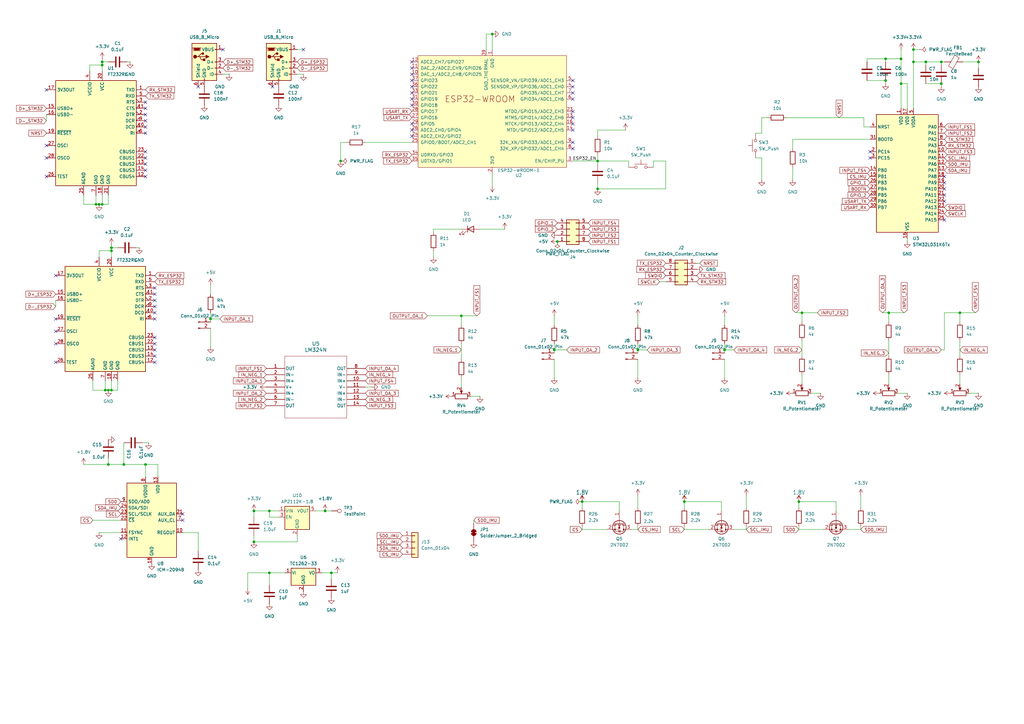
<source format=kicad_sch>
(kicad_sch (version 20231120) (generator "eeschema") (generator_version "8.0")
  (paper "A3")
  (lib_symbols
    (symbol "Connector:Conn_01x02_Pin" (pin_names (offset 1.016) hide)
      (property "Reference" "J" (at 0 2.54 0))
      (property "Value" "Conn_01x02_Pin" (at 0 -5.08 0))
      (symbol "Conn_01x02_Pin_1_1"
        (pin passive line (at 5.08 0 180) (length 3.81) (name "Pin_1") (number "1"))
        (pin passive line (at 5.08 -2.54 180) (length 3.81) (name "Pin_2") (number "2"))
      )
    )
    (symbol "Connector:TestPoint" (pin_numbers hide) (pin_names (offset 0.762) hide)
      (property "Reference" "TP" (at 0 6.858 0))
      (property "Value" "TestPoint" (at 0 5.08 0))
      (symbol "TestPoint_1_1"
        (pin passive line (at 0 0 90) (length 2.54) (name "1") (number "1"))
      )
    )
    (symbol "Connector:USB_B_Micro" (pin_names (offset 1.016))
      (property "Reference" "J" (at -5.08 11.43 0))
      (property "Value" "USB_B_Micro" (at -5.08 8.89 0))
      (symbol "USB_B_Micro_1_1"
        (pin power_out line (at 7.62 5.08 180) (length 2.54) (name "VBUS") (number "1"))
        (pin bidirectional line (at 7.62 -2.54 180) (length 2.54) (name "D-") (number "2"))
        (pin bidirectional line (at 7.62 0 180) (length 2.54) (name "D+") (number "3"))
        (pin passive line (at 7.62 -5.08 180) (length 2.54) (name "ID") (number "4"))
        (pin power_out line (at 0 -10.16 90) (length 2.54) (name "GND") (number "5"))
        (pin passive line (at -2.54 -10.16 90) (length 2.54) (name "Shield") (number "6"))
      )
    )
    (symbol "Connector_Generic:Conn_01x04" (pin_names (offset 1.016) hide)
      (property "Reference" "J" (at 0 5.08 0))
      (property "Value" "Conn_01x04" (at 0 -7.62 0))
      (symbol "Conn_01x04_1_1"
        (pin passive line (at -5.08 2.54 0) (length 3.81) (name "Pin_1") (number "1"))
        (pin passive line (at -5.08 0 0) (length 3.81) (name "Pin_2") (number "2"))
        (pin passive line (at -5.08 -2.54 0) (length 3.81) (name "Pin_3") (number "3"))
        (pin passive line (at -5.08 -5.08 0) (length 3.81) (name "Pin_4") (number "4"))
      )
    )
    (symbol "Connector_Generic:Conn_02x04_Counter_Clockwise" (pin_names (offset 1.016) hide)
      (property "Reference" "J" (at 1.27 5.08 0))
      (property "Value" "Conn_02x04_Counter_Clockwise" (at 1.27 -7.62 0))
      (symbol "Conn_02x04_Counter_Clockwise_1_1"
        (pin passive line (at -5.08 2.54 0) (length 3.81) (name "Pin_1") (number "1"))
        (pin passive line (at -5.08 0 0) (length 3.81) (name "Pin_2") (number "2"))
        (pin passive line (at -5.08 -2.54 0) (length 3.81) (name "Pin_3") (number "3"))
        (pin passive line (at -5.08 -5.08 0) (length 3.81) (name "Pin_4") (number "4"))
        (pin passive line (at 7.62 -5.08 180) (length 3.81) (name "Pin_5") (number "5"))
        (pin passive line (at 7.62 -2.54 180) (length 3.81) (name "Pin_6") (number "6"))
        (pin passive line (at 7.62 0 180) (length 3.81) (name "Pin_7") (number "7"))
        (pin passive line (at 7.62 2.54 180) (length 3.81) (name "Pin_8") (number "8"))
      )
    )
    (symbol "Device:C" (pin_numbers hide) (pin_names (offset 0.254))
      (property "Reference" "C" (at 0.635 2.54 0))
      (property "Value" "C" (at 0.635 -2.54 0))
      (symbol "C_1_1"
        (pin passive line (at 0 3.81 270) (length 2.794) (name "~") (number "1"))
        (pin passive line (at 0 -3.81 90) (length 2.794) (name "~") (number "2"))
      )
    )
    (symbol "Device:FerriteBead" (pin_numbers hide) (pin_names (offset 0))
      (property "Reference" "FB" (at -3.81 0.635 90))
      (property "Value" "FerriteBead" (at 3.81 0 90))
      (symbol "FerriteBead_1_1"
        (pin passive line (at 0 3.81 270) (length 2.54) (name "~") (number "1"))
        (pin passive line (at 0 -3.81 90) (length 2.54) (name "~") (number "2"))
      )
    )
    (symbol "Device:LED" (pin_numbers hide) (pin_names (offset 1.016) hide)
      (property "Reference" "D" (at 0 2.54 0))
      (property "Value" "LED" (at 0 -2.54 0))
      (symbol "LED_1_1"
        (pin passive line (at -3.81 0 0) (length 2.54) (name "K") (number "1"))
        (pin passive line (at 3.81 0 180) (length 2.54) (name "A") (number "2"))
      )
    )
    (symbol "Device:R" (pin_numbers hide) (pin_names (offset 0))
      (property "Reference" "R" (at 2.032 0 90))
      (property "Value" "R" (at 0 0 90))
      (symbol "R_1_1"
        (pin passive line (at 0 3.81 270) (length 1.27) (name "~") (number "1"))
        (pin passive line (at 0 -3.81 90) (length 1.27) (name "~") (number "2"))
      )
    )
    (symbol "Device:R_Potentiometer" (pin_names (offset 1.016) hide)
      (property "Reference" "RV" (at -4.445 0 90))
      (property "Value" "R_Potentiometer" (at -2.54 0 90))
      (symbol "R_Potentiometer_1_1"
        (pin passive line (at 0 3.81 270) (length 1.27) (name "1") (number "1"))
        (pin passive line (at 3.81 0 180) (length 1.27) (name "2") (number "2"))
        (pin passive line (at 0 -3.81 90) (length 1.27) (name "3") (number "3"))
      )
    )
    (symbol "Interface_USB:FT232RL"
      (property "Reference" "U" (at -16.51 22.86 0))
      (property "Value" "FT232RL" (at 10.16 22.86 0))
      (symbol "FT232RL_1_1"
        (pin output line (at 20.32 17.78 180) (length 3.81) (name "TXD") (number "1"))
        (pin input input_low (at 20.32 2.54 180) (length 3.81) (name "DCD") (number "10"))
        (pin input input_low (at 20.32 10.16 180) (length 3.81) (name "CTS") (number "11"))
        (pin bidirectional line (at 20.32 -17.78 180) (length 3.81) (name "CBUS4") (number "12"))
        (pin bidirectional line (at 20.32 -12.7 180) (length 3.81) (name "CBUS2") (number "13"))
        (pin bidirectional line (at 20.32 -15.24 180) (length 3.81) (name "CBUS3") (number "14"))
        (pin bidirectional line (at -20.32 10.16 0) (length 3.81) (name "USBD+") (number "15"))
        (pin bidirectional line (at -20.32 7.62 0) (length 3.81) (name "USBD-") (number "16"))
        (pin power_out line (at -20.32 17.78 0) (length 3.81) (name "3V3OUT") (number "17"))
        (pin power_in line (at 2.54 -25.4 90) (length 3.81) (name "GND") (number "18"))
        (pin input line (at -20.32 0 0) (length 3.81) (name "~{RESET}") (number "19"))
        (pin output output_low (at 20.32 7.62 180) (length 3.81) (name "DTR") (number "2"))
        (pin power_in line (at 2.54 25.4 270) (length 3.81) (name "VCC") (number "20"))
        (pin power_in line (at 5.08 -25.4 90) (length 3.81) (name "GND") (number "21"))
        (pin bidirectional line (at 20.32 -10.16 180) (length 3.81) (name "CBUS1") (number "22"))
        (pin bidirectional line (at 20.32 -7.62 180) (length 3.81) (name "CBUS0") (number "23"))
        (pin power_in line (at -5.08 -25.4 90) (length 3.81) (name "AGND") (number "25"))
        (pin input line (at -20.32 -17.78 0) (length 3.81) (name "TEST") (number "26"))
        (pin input line (at -20.32 -5.08 0) (length 3.81) (name "OSCI") (number "27"))
        (pin output line (at -20.32 -10.16 0) (length 3.81) (name "OSCO") (number "28"))
        (pin output output_low (at 20.32 12.7 180) (length 3.81) (name "RTS") (number "3"))
        (pin power_in line (at -2.54 25.4 270) (length 3.81) (name "VCCIO") (number "4"))
        (pin input line (at 20.32 15.24 180) (length 3.81) (name "RXD") (number "5"))
        (pin input input_low (at 20.32 0 180) (length 3.81) (name "RI") (number "6"))
        (pin power_in line (at 0 -25.4 90) (length 3.81) (name "GND") (number "7"))
        (pin input input_low (at 20.32 5.08 180) (length 3.81) (name "DCR") (number "9"))
      )
    )
    (symbol "Jumper:SolderJumper_2_Bridged" (pin_numbers hide) (pin_names (offset 0) hide) (exclude_from_sim yes) (in_bom no)
      (property "Reference" "JP" (at 0 2.032 0))
      (property "Value" "SolderJumper_2_Bridged" (at 0 -2.54 0))
      (symbol "SolderJumper_2_Bridged_1_1"
        (pin passive line (at -3.81 0 0) (length 2.54) (name "A") (number "1"))
        (pin passive line (at 3.81 0 180) (length 2.54) (name "B") (number "2"))
      )
    )
    (symbol "LM324N_1" (pin_names (offset 0.254))
      (property "Reference" "U" (at 20.32 10.16 0))
      (property "Value" "LM324N" (at 20.32 7.62 0))
      (symbol "LM324N_1_0_1"
        (pin output line (at 0 0 0) (length 7.62) (name "OUT") (number "1"))
        (pin input line (at 40.64 -5.08 180) (length 7.62) (name "IN+") (number "10"))
        (pin power_in line (at 40.64 -7.62 180) (length 7.62) (name "V-") (number "11"))
        (pin input line (at 40.64 -10.16 180) (length 7.62) (name "IN+") (number "12"))
        (pin input line (at 40.64 -12.7 180) (length 7.62) (name "IN-") (number "13"))
        (pin output line (at 40.64 -15.24 180) (length 7.62) (name "OUT") (number "14"))
        (pin input line (at 0 -2.54 0) (length 7.62) (name "IN-") (number "2"))
        (pin input line (at 0 -5.08 0) (length 7.62) (name "IN+") (number "3"))
        (pin power_in line (at 0 -7.62 0) (length 7.62) (name "V+") (number "4"))
        (pin input line (at 0 -10.16 0) (length 7.62) (name "IN+") (number "5"))
        (pin input line (at 0 -12.7 0) (length 7.62) (name "IN-") (number "6"))
        (pin output line (at 0 -15.24 0) (length 7.62) (name "OUT") (number "7"))
        (pin output line (at 40.64 0 180) (length 7.62) (name "OUT") (number "8"))
        (pin input line (at 40.64 -2.54 180) (length 7.62) (name "IN-") (number "9"))
      )
    )
    (symbol "MCU_ST_STM32L0:STM32L031K6Tx"
      (property "Reference" "U" (at -12.7 26.67 0))
      (property "Value" "STM32L031K6Tx" (at 5.08 26.67 0))
      (symbol "STM32L031K6Tx_1_1"
        (pin power_in line (at -2.54 27.94 270) (length 2.54) (name "VDD") (number "1"))
        (pin bidirectional line (at 15.24 10.16 180) (length 2.54) (name "PA4") (number "10"))
        (pin bidirectional line (at 15.24 7.62 180) (length 2.54) (name "PA5") (number "11"))
        (pin bidirectional line (at 15.24 5.08 180) (length 2.54) (name "PA6") (number "12"))
        (pin bidirectional line (at 15.24 2.54 180) (length 2.54) (name "PA7") (number "13"))
        (pin bidirectional line (at -15.24 2.54 0) (length 2.54) (name "PB0") (number "14"))
        (pin bidirectional line (at -15.24 0 0) (length 2.54) (name "PB1") (number "15"))
        (pin power_in line (at 0 -25.4 90) (length 2.54) (name "VSS") (number "16"))
        (pin power_in line (at 0 27.94 270) (length 2.54) (name "VDD") (number "17"))
        (pin bidirectional line (at 15.24 0 180) (length 2.54) (name "PA8") (number "18"))
        (pin bidirectional line (at 15.24 -2.54 180) (length 2.54) (name "PA9") (number "19"))
        (pin bidirectional line (at -15.24 10.16 0) (length 2.54) (name "PC14") (number "2"))
        (pin bidirectional line (at 15.24 -5.08 180) (length 2.54) (name "PA10") (number "20"))
        (pin bidirectional line (at 15.24 -7.62 180) (length 2.54) (name "PA11") (number "21"))
        (pin bidirectional line (at 15.24 -10.16 180) (length 2.54) (name "PA12") (number "22"))
        (pin bidirectional line (at 15.24 -12.7 180) (length 2.54) (name "PA13") (number "23"))
        (pin bidirectional line (at 15.24 -15.24 180) (length 2.54) (name "PA14") (number "24"))
        (pin bidirectional line (at 15.24 -17.78 180) (length 2.54) (name "PA15") (number "25"))
        (pin bidirectional line (at -15.24 -2.54 0) (length 2.54) (name "PB3") (number "26"))
        (pin bidirectional line (at -15.24 -5.08 0) (length 2.54) (name "PB4") (number "27"))
        (pin bidirectional line (at -15.24 -7.62 0) (length 2.54) (name "PB5") (number "28"))
        (pin bidirectional line (at -15.24 -10.16 0) (length 2.54) (name "PB6") (number "29"))
        (pin bidirectional line (at -15.24 7.62 0) (length 2.54) (name "PC15") (number "3"))
        (pin bidirectional line (at -15.24 -12.7 0) (length 2.54) (name "PB7") (number "30"))
        (pin input line (at -15.24 15.24 0) (length 2.54) (name "BOOT0") (number "31"))
        (pin passive line (at 0 -25.4 90) (length 2.54) hide (name "VSS") (number "32"))
        (pin input line (at -15.24 20.32 0) (length 2.54) (name "NRST") (number "4"))
        (pin power_in line (at 2.54 27.94 270) (length 2.54) (name "VDDA") (number "5"))
        (pin bidirectional line (at 15.24 20.32 180) (length 2.54) (name "PA0") (number "6"))
        (pin bidirectional line (at 15.24 17.78 180) (length 2.54) (name "PA1") (number "7"))
        (pin bidirectional line (at 15.24 15.24 180) (length 2.54) (name "PA2") (number "8"))
        (pin bidirectional line (at 15.24 12.7 180) (length 2.54) (name "PA3") (number "9"))
      )
    )
    (symbol "PCM_Espressif:ESP32-WROOM-E" (pin_names (offset 1.016))
      (property "Reference" "U" (at -30.48 27.94 0))
      (property "Value" "ESP32-WROOM-E" (at -30.48 25.4 0))
      (symbol "ESP32-WROOM-E_1_1"
        (text "ESP32-­WROOM­" (at 5.08 -5.08 0) (effects (font (size 2.54 2.54))))
        (pin power_in line (at 0 -25.4 90) (length 2.54) (name "GND") (number "1"))
        (pin bidirectional line (at 33.02 -15.24 180) (length 2.54) (name "DAC_1/ADC2_CH8/GPIO25") (number "10"))
        (pin bidirectional line (at 33.02 -17.78 180) (length 2.54) (name "DAC_2/ADC2_CH9/GPIO26") (number "11"))
        (pin bidirectional line (at 33.02 -20.32 180) (length 2.54) (name "ADC2_CH7/GPIO27") (number "12"))
        (pin bidirectional line (at -33.02 2.54 0) (length 2.54) (name "MTMS/GPIO14/ADC2_CH6") (number "13"))
        (pin bidirectional line (at -33.02 7.62 0) (length 2.54) (name "MTDI/GPIO12/ADC2_CH5") (number "14"))
        (pin passive line (at 0 -25.4 90) (length 2.54) hide (name "GND") (number "15"))
        (pin bidirectional line (at -33.02 5.08 0) (length 2.54) (name "MTCK/GPIO13/ADC2_CH4") (number "16"))
        (pin power_in line (at 0 25.4 270) (length 2.54) (name "3V3") (number "2"))
        (pin bidirectional line (at -33.02 0 0) (length 2.54) (name "MTDO/GPIO15/ADC2_CH3") (number "23"))
        (pin bidirectional line (at 33.02 10.16 180) (length 2.54) (name "ADC2_CH2/GPIO2") (number "24"))
        (pin bidirectional line (at 33.02 12.7 180) (length 2.54) (name "GPIO0/BOOT/ADC2_CH1") (number "25"))
        (pin bidirectional line (at 33.02 7.62 180) (length 2.54) (name "ADC2_CH0/GPIO4") (number "26"))
        (pin bidirectional line (at 33.02 2.54 180) (length 2.54) (name "GPIO16") (number "27"))
        (pin bidirectional line (at 33.02 0 180) (length 2.54) (name "GPIO17") (number "28"))
        (pin bidirectional line (at 33.02 5.08 180) (length 2.54) (name "GPIO5") (number "29"))
        (pin input line (at -33.02 20.32 0) (length 2.54) (name "EN/CHIP_PU") (number "3"))
        (pin bidirectional line (at 33.02 -2.54 180) (length 2.54) (name "GPIO18") (number "30"))
        (pin bidirectional line (at 33.02 -5.08 180) (length 2.54) (name "GPIO19") (number "31"))
        (pin bidirectional line (at 33.02 -7.62 180) (length 2.54) (name "GPIO21") (number "33"))
        (pin bidirectional line (at 33.02 17.78 180) (length 2.54) (name "U0RXD/GPIO3") (number "34"))
        (pin bidirectional line (at 33.02 20.32 180) (length 2.54) (name "U0TXD/GPIO1") (number "35"))
        (pin bidirectional line (at 33.02 -10.16 180) (length 2.54) (name "GPIO22") (number "36"))
        (pin bidirectional line (at 33.02 -12.7 180) (length 2.54) (name "GPIO23") (number "37"))
        (pin passive line (at 0 -25.4 90) (length 2.54) hide (name "GND") (number "38"))
        (pin power_in line (at 2.54 -25.4 90) (length 2.54) (name "GND_THERMAL") (number "39"))
        (pin input line (at -33.02 -10.16 0) (length 2.54) (name "SENSOR_VP/GPIO36/ADC1_CH0") (number "4"))
        (pin input line (at -33.02 -12.7 0) (length 2.54) (name "SENSOR_VN/GPIO39/ADC1_CH3") (number "5"))
        (pin input line (at -33.02 -5.08 0) (length 2.54) (name "GPIO34/ADC1_CH6") (number "6"))
        (pin input line (at -33.02 -7.62 0) (length 2.54) (name "GPIO35/ADC1_CH7") (number "7"))
        (pin bidirectional line (at -33.02 15.24 0) (length 2.54) (name "32K_XP/GPIO32/ADC1_CH4") (number "8"))
        (pin bidirectional line (at -33.02 12.7 0) (length 2.54) (name "32K_XN/GPIO33/ADC1_CH5") (number "9"))
      )
    )
    (symbol "Regulator_Linear:AP2112K-1.8" (pin_names (offset 0.254))
      (property "Reference" "U" (at -5.08 5.715 0))
      (property "Value" "AP2112K-1.8" (at 0 5.715 0))
      (symbol "AP2112K-1.8_1_1"
        (pin power_in line (at -7.62 2.54 0) (length 2.54) (name "VIN") (number "1"))
        (pin power_in line (at 0 -7.62 90) (length 2.54) (name "GND") (number "2"))
        (pin input line (at -7.62 0 0) (length 2.54) (name "EN") (number "3"))
        (pin no_connect line (at 5.08 0 180) (length 2.54) hide (name "NC") (number "4"))
        (pin power_out line (at 7.62 2.54 180) (length 2.54) (name "VOUT") (number "5"))
      )
    )
    (symbol "Regulator_Linear:TC1262-33" (pin_names (offset 0.254))
      (property "Reference" "U" (at -3.81 3.175 0))
      (property "Value" "TC1262-33" (at 0 3.175 0))
      (symbol "TC1262-33_1_1"
        (pin power_in line (at -7.62 0 0) (length 2.54) (name "VI") (number "1"))
        (pin power_in line (at 0 -7.62 90) (length 2.54) (name "GND") (number "2"))
        (pin power_out line (at 7.62 0 180) (length 2.54) (name "VO") (number "3"))
      )
    )
    (symbol "Sensor_Motion:ICM-20948"
      (property "Reference" "U" (at -11.43 16.51 0))
      (property "Value" "ICM-20948" (at 7.62 -16.51 0))
      (symbol "ICM-20948_1_1"
        (pin no_connect line (at -10.16 12.7 0) (length 2.54) hide (name "NC") (number "1"))
        (pin passive line (at 12.7 -5.08 180) (length 2.54) (name "REGOUT") (number "10"))
        (pin input line (at -12.7 -5.08 0) (length 2.54) (name "FSYNC") (number "11"))
        (pin output line (at -12.7 -7.62 0) (length 2.54) (name "INT1") (number "12"))
        (pin power_in line (at 2.54 17.78 270) (length 2.54) (name "VDD") (number "13"))
        (pin no_connect line (at 10.16 7.62 180) (length 2.54) hide (name "NC") (number "14"))
        (pin no_connect line (at 10.16 5.08 180) (length 2.54) hide (name "NC") (number "15"))
        (pin no_connect line (at 10.16 -7.62 180) (length 2.54) hide (name "NC") (number "16"))
        (pin no_connect line (at 10.16 -10.16 180) (length 2.54) hide (name "NC") (number "17"))
        (pin power_in line (at 0 -17.78 90) (length 2.54) (name "GND") (number "18"))
        (pin no_connect line (at 10.16 -12.7 180) (length 2.54) hide (name "RESV") (number "19"))
        (pin no_connect line (at -10.16 10.16 0) (length 2.54) hide (name "NC") (number "2"))
        (pin passive line (at 0 -17.78 90) (length 2.54) hide (name "GND") (number "20"))
        (pin bidirectional line (at 12.7 2.54 180) (length 2.54) (name "AUX_DA") (number "21"))
        (pin input line (at -12.7 0 0) (length 2.54) (name "~{CS}") (number "22"))
        (pin input line (at -12.7 2.54 0) (length 2.54) (name "SCL/SCLK") (number "23"))
        (pin bidirectional line (at -12.7 5.08 0) (length 2.54) (name "SDA/SDI") (number "24"))
        (pin no_connect line (at -10.16 -2.54 0) (length 2.54) hide (name "NC") (number "3"))
        (pin no_connect line (at -10.16 -10.16 0) (length 2.54) hide (name "NC") (number "4"))
        (pin no_connect line (at -10.16 -12.7 0) (length 2.54) hide (name "NC") (number "5"))
        (pin no_connect line (at 10.16 10.16 180) (length 2.54) hide (name "NC") (number "6"))
        (pin output line (at 12.7 0 180) (length 2.54) (name "AUX_CL") (number "7"))
        (pin power_in line (at -2.54 17.78 270) (length 2.54) (name "VDDIO") (number "8"))
        (pin bidirectional line (at -12.7 7.62 0) (length 2.54) (name "SDO/AD0") (number "9"))
      )
    )
    (symbol "SparkFun_IMU_Breakout_ICM-20948-eagle-import:1.8V" (power)
      (symbol "1.8V_1_0"
        (pin power_in line (at 0 0 90) (length 2.54) (name "1.8V") (number "1"))
      )
    )
    (symbol "Switch:SW_Push" (pin_numbers hide) (pin_names (offset 1.016) hide)
      (property "Reference" "SW" (at 1.27 2.54 0))
      (property "Value" "SW_Push" (at 0 -1.524 0))
      (symbol "SW_Push_0_1"
        (pin passive line (at -5.08 0 0) (length 2.54) (name "1") (number "1"))
        (pin passive line (at 5.08 0 180) (length 2.54) (name "2") (number "2"))
      )
    )
    (symbol "Transistor_FET:2N7002" (pin_names hide)
      (property "Reference" "Q" (at 5.08 1.905 0))
      (property "Value" "2N7002" (at 5.08 0 0))
      (symbol "2N7002_1_1"
        (pin input line (at -5.08 0 0) (length 2.54) (name "G") (number "1"))
        (pin passive line (at 2.54 -5.08 90) (length 2.54) (name "S") (number "2"))
        (pin passive line (at 2.54 5.08 270) (length 2.54) (name "D") (number "3"))
      )
    )
    (symbol "power:+3.3V" (power) (pin_numbers hide) (pin_names (offset 0) hide)
      (property "Value" "+3.3V" (at 0 3.556 0))
      (symbol "+3.3V_1_1"
        (pin power_in line (at 0 0 90) (length 0) (name "~") (number "1"))
      )
    )
    (symbol "power:+3.3VA" (power) (pin_numbers hide) (pin_names (offset 0) hide)
      (property "Value" "+3.3VA" (at 0 3.556 0))
      (symbol "+3.3VA_1_1"
        (pin power_in line (at 0 0 90) (length 0) (name "~") (number "1"))
      )
    )
    (symbol "power:+5V" (power) (pin_numbers hide) (pin_names (offset 0) hide)
      (property "Value" "+5V" (at 0 3.556 0))
      (symbol "+5V_1_1"
        (pin power_in line (at 0 0 90) (length 0) (name "~") (number "1"))
      )
    )
    (symbol "power:GND" (power) (pin_numbers hide) (pin_names (offset 0) hide)
      (property "Value" "GND" (at 0 -3.81 0))
      (symbol "GND_1_1"
        (pin power_in line (at 0 0 270) (length 0) (name "~") (number "1"))
      )
    )
    (symbol "power:PWR_FLAG" (power) (pin_numbers hide) (pin_names (offset 0) hide)
      (property "Value" "PWR_FLAG" (at 0 3.81 0))
      (symbol "PWR_FLAG_0_0"
        (pin power_out line (at 0 0 90) (length 0) (name "~") (number "1"))
      )
    )
  )
  (junction (at 86.36 130.81))
  (junction (at 39.37 83.82))
  (junction (at 261.62 143.51))
  (junction (at 44.45 190.5))
  (junction (at 364.49 128.27))
  (junction (at 238.76 205.74))
  (junction (at 104.14 209.55))
  (junction (at 369.57 24.13))
  (junction (at 401.32 25.4))
  (junction (at 139.7 66.04))
  (junction (at 45.72 102.87))
  (junction (at 50.8 190.5))
  (junction (at 363.22 33.02))
  (junction (at 227.33 143.51))
  (junction (at 43.18 160.02))
  (junction (at 59.69 190.5))
  (junction (at 41.91 83.82))
  (junction (at 374.65 25.4))
  (junction (at 41.91 25.4))
  (junction (at 201.93 13.97))
  (junction (at 297.18 143.51))
  (junction (at 393.7 128.27))
  (junction (at 189.23 129.54))
  (junction (at 41.91 26.67))
  (junction (at 135.89 234.95))
  (junction (at 133.35 209.55))
  (junction (at 44.45 160.02))
  (junction (at 379.73 25.4))
  (junction (at 327.66 205.74))
  (junction (at 45.72 101.6))
  (junction (at 374.65 20.32))
  (junction (at 245.11 66.04))
  (junction (at 280.67 205.74))
  (junction (at 369.57 34.29))
  (junction (at 386.08 34.29))
  (junction (at 40.64 83.82))
  (junction (at 363.22 24.13))
  (junction (at 386.08 25.4))
  (junction (at 228.6 99.06))
  (junction (at 110.49 234.95))
  (junction (at 104.14 222.25))
  (junction (at 245.11 77.47))
  (junction (at 328.93 128.27))
  (junction (at 45.72 160.02))
  (junction (at 110.49 209.55))
  (no_connect (at 59.69 67.31))
  (no_connect (at 63.5 128.27))
  (no_connect (at 234.95 33.02))
  (no_connect (at 168.91 33.02))
  (no_connect (at 81.28 35.56))
  (no_connect (at 356.87 64.77))
  (no_connect (at 22.86 148.59))
  (no_connect (at 234.95 58.42))
  (no_connect (at 59.69 44.45))
  (no_connect (at 387.35 77.47))
  (no_connect (at 168.91 27.94))
  (no_connect (at 168.91 25.4))
  (no_connect (at 19.05 59.69))
  (no_connect (at 63.5 143.51))
  (no_connect (at 63.5 120.65))
  (no_connect (at 59.69 72.39))
  (no_connect (at 59.69 52.07))
  (no_connect (at 63.5 123.19))
  (no_connect (at 19.05 64.77))
  (no_connect (at 63.5 125.73))
  (no_connect (at 22.86 130.81))
  (no_connect (at 234.95 48.26))
  (no_connect (at 168.91 30.48))
  (no_connect (at 168.91 40.64))
  (no_connect (at 22.86 113.03))
  (no_connect (at 63.5 118.11))
  (no_connect (at 168.91 38.1))
  (no_connect (at 59.69 62.23))
  (no_connect (at 59.69 64.77))
  (no_connect (at 59.69 41.91))
  (no_connect (at 234.95 60.96))
  (no_connect (at 234.95 40.64))
  (no_connect (at 63.5 148.59))
  (no_connect (at 19.05 72.39))
  (no_connect (at 63.5 138.43))
  (no_connect (at 124.46 20.32))
  (no_connect (at 387.35 90.17))
  (no_connect (at 387.35 80.01))
  (no_connect (at 234.95 45.72))
  (no_connect (at 387.35 82.55))
  (no_connect (at 387.35 72.39))
  (no_connect (at 59.69 69.85))
  (no_connect (at 59.69 54.61))
  (no_connect (at 234.95 38.1))
  (no_connect (at 49.53 220.98))
  (no_connect (at 74.93 213.36))
  (no_connect (at 19.05 36.83))
  (no_connect (at 63.5 146.05))
  (no_connect (at 387.35 74.93))
  (no_connect (at 168.91 35.56))
  (no_connect (at 168.91 50.8))
  (no_connect (at 63.5 130.81))
  (no_connect (at 22.86 140.97))
  (no_connect (at 63.5 140.97))
  (no_connect (at 168.91 53.34))
  (no_connect (at 168.91 43.18))
  (no_connect (at 168.91 55.88))
  (no_connect (at 234.95 50.8))
  (no_connect (at 91.44 20.32))
  (no_connect (at 59.69 49.53))
  (no_connect (at 59.69 46.99))
  (no_connect (at 22.86 135.89))
  (no_connect (at 356.87 62.23))
  (no_connect (at 234.95 35.56))
  (no_connect (at 74.93 210.82))
  (no_connect (at 111.76 35.56))
  (no_connect (at 234.95 53.34))
  (wire (pts (xy 40.64 218.44) (xy 49.53 218.44)))
  (wire (pts (xy 238.76 215.9) (xy 238.76 217.17)))
  (wire (pts (xy 354.33 52.07) (xy 356.87 52.07)))
  (wire (pts (xy 386.08 34.29) (xy 386.08 35.56)))
  (wire (pts (xy 261.62 147.32) (xy 261.62 154.94)))
  (wire (pts (xy 285.75 107.95) (xy 287.02 107.95)))
  (wire (pts (xy 44.45 187.96) (xy 44.45 190.5)))
  (wire (pts (xy 238.76 208.28) (xy 238.76 205.74)))
  (wire (pts (xy 41.91 24.13) (xy 41.91 25.4)))
  (wire (pts (xy 177.8 102.87) (xy 177.8 105.41)))
  (wire (pts (xy 325.12 68.58) (xy 325.12 73.66)))
  (wire (pts (xy 86.36 116.84) (xy 86.36 120.65)))
  (wire (pts (xy 369.57 20.32) (xy 369.57 24.13)))
  (wire (pts (xy 189.23 140.97) (xy 189.23 147.32)))
  (wire (pts (xy 41.91 83.82) (xy 44.45 83.82)))
  (wire (pts (xy 74.93 218.44) (xy 81.28 218.44)))
  (wire (pts (xy 43.18 160.02) (xy 44.45 160.02)))
  (wire (pts (xy 139.7 58.42) (xy 142.24 58.42)))
  (wire (pts (xy 193.04 162.56) (xy 196.85 162.56)))
  (wire (pts (xy 361.95 128.27) (xy 364.49 128.27)))
  (wire (pts (xy 133.35 209.55) (xy 135.89 209.55)))
  (wire (pts (xy 312.42 48.26) (xy 312.42 54.61)))
  (wire (pts (xy 121.92 20.32) (xy 124.46 20.32)))
  (wire (pts (xy 245.11 63.5) (xy 245.11 66.04)))
  (wire (pts (xy 110.49 234.95) (xy 110.49 240.03)))
  (wire (pts (xy 393.7 139.7) (xy 393.7 146.05)))
  (wire (pts (xy 245.11 74.93) (xy 245.11 77.47)))
  (wire (pts (xy 34.29 80.01) (xy 34.29 83.82)))
  (wire (pts (xy 306.07 215.9) (xy 306.07 217.17)))
  (wire (pts (xy 387.35 143.51) (xy 387.35 128.27)))
  (wire (pts (xy 104.14 209.55) (xy 110.49 209.55)))
  (wire (pts (xy 353.06 215.9) (xy 353.06 217.17)))
  (wire (pts (xy 50.8 181.61) (xy 50.8 190.5)))
  (wire (pts (xy 297.18 140.97) (xy 297.18 143.51)))
  (wire (pts (xy 189.23 129.54) (xy 195.58 129.54)))
  (wire (pts (xy 326.39 128.27) (xy 328.93 128.27)))
  (wire (pts (xy 328.93 128.27) (xy 335.28 128.27)))
  (wire (pts (xy 261.62 215.9) (xy 261.62 217.17)))
  (wire (pts (xy 189.23 154.94) (xy 189.23 158.75)))
  (wire (pts (xy 248.92 217.17) (xy 238.76 217.17)))
  (wire (pts (xy 110.49 209.55) (xy 114.3 209.55)))
  (wire (pts (xy 328.93 128.27) (xy 328.93 132.08)))
  (wire (pts (xy 325.12 57.15) (xy 356.87 57.15)))
  (wire (pts (xy 273.05 66.04) (xy 267.97 66.04)))
  (wire (pts (xy 245.11 55.88) (xy 245.11 53.34)))
  (wire (pts (xy 55.88 101.6) (xy 57.15 101.6)))
  (wire (pts (xy 227.33 143.51) (xy 232.41 143.51)))
  (wire (pts (xy 86.36 128.27) (xy 86.36 130.81)))
  (wire (pts (xy 45.72 160.02) (xy 48.26 160.02)))
  (wire (pts (xy 40.64 105.41) (xy 40.64 102.87)))
  (wire (pts (xy 44.45 80.01) (xy 44.45 83.82)))
  (wire (pts (xy 177.8 93.98) (xy 189.23 93.98)))
  (wire (pts (xy 149.86 158.75) (xy 152.4 158.75)))
  (wire (pts (xy 227.33 140.97) (xy 227.33 143.51)))
  (wire (pts (xy 259.08 217.17) (xy 261.62 217.17)))
  (wire (pts (xy 135.89 234.95) (xy 138.43 234.95)))
  (wire (pts (xy 374.65 25.4) (xy 374.65 44.45)))
  (wire (pts (xy 121.92 222.25) (xy 121.92 219.71)))
  (wire (pts (xy 41.91 25.4) (xy 44.45 25.4)))
  (wire (pts (xy 201.93 13.97) (xy 201.93 20.32)))
  (wire (pts (xy 327.66 205.74) (xy 342.9 205.74)))
  (wire (pts (xy 177.8 95.25) (xy 177.8 93.98)))
  (wire (pts (xy 34.29 83.82) (xy 39.37 83.82)))
  (wire (pts (xy 374.65 20.32) (xy 374.65 25.4)))
  (wire (pts (xy 45.72 100.33) (xy 45.72 101.6)))
  (wire (pts (xy 101.6 234.95) (xy 110.49 234.95)))
  (wire (pts (xy 101.6 234.95) (xy 101.6 241.3)))
  (wire (pts (xy 175.26 129.54) (xy 189.23 129.54)))
  (wire (pts (xy 363.22 33.02) (xy 363.22 34.29)))
  (wire (pts (xy 295.91 205.74) (xy 295.91 209.55)))
  (wire (pts (xy 312.42 64.77) (xy 312.42 73.66)))
  (wire (pts (xy 273.05 77.47) (xy 273.05 66.04)))
  (wire (pts (xy 104.14 222.25) (xy 121.92 222.25)))
  (wire (pts (xy 342.9 205.74) (xy 342.9 209.55)))
  (wire (pts (xy 129.54 209.55) (xy 133.35 209.55)))
  (wire (pts (xy 379.73 34.29) (xy 386.08 34.29)))
  (wire (pts (xy 369.57 24.13) (xy 369.57 34.29)))
  (wire (pts (xy 401.32 25.4) (xy 401.32 27.94)))
  (wire (pts (xy 325.12 57.15) (xy 325.12 60.96)))
  (wire (pts (xy 355.6 24.13) (xy 363.22 24.13)))
  (wire (pts (xy 328.93 139.7) (xy 328.93 146.05)))
  (wire (pts (xy 312.42 64.77) (xy 309.88 64.77)))
  (wire (pts (xy 39.37 83.82) (xy 40.64 83.82)))
  (wire (pts (xy 135.89 234.95) (xy 135.89 237.49)))
  (wire (pts (xy 40.64 83.82) (xy 41.91 83.82)))
  (wire (pts (xy 393.7 153.67) (xy 393.7 157.48)))
  (wire (pts (xy 386.08 25.4) (xy 386.08 26.67)))
  (wire (pts (xy 189.23 129.54) (xy 189.23 133.35)))
  (wire (pts (xy 245.11 53.34) (xy 256.54 53.34)))
  (wire (pts (xy 45.72 101.6) (xy 45.72 102.87)))
  (wire (pts (xy 364.49 139.7) (xy 364.49 146.05)))
  (wire (pts (xy 81.28 218.44) (xy 81.28 226.06)))
  (wire (pts (xy 245.11 77.47) (xy 273.05 77.47)))
  (wire (pts (xy 393.7 128.27) (xy 393.7 132.08)))
  (wire (pts (xy 261.62 143.51) (xy 265.43 143.51)))
  (wire (pts (xy 227.33 129.54) (xy 227.33 133.35)))
  (wire (pts (xy 394.97 25.4) (xy 401.32 25.4)))
  (wire (pts (xy 234.95 66.04) (xy 245.11 66.04)))
  (wire (pts (xy 261.62 203.2) (xy 261.62 208.28)))
  (wire (pts (xy 387.35 128.27) (xy 393.7 128.27)))
  (wire (pts (xy 110.49 212.09) (xy 110.49 209.55)))
  (wire (pts (xy 261.62 140.97) (xy 261.62 143.51)))
  (wire (pts (xy 41.91 25.4) (xy 41.91 26.67)))
  (wire (pts (xy 194.31 213.36) (xy 194.31 214.63)))
  (wire (pts (xy 328.93 153.67) (xy 328.93 157.48)))
  (wire (pts (xy 379.73 25.4) (xy 379.73 26.67)))
  (wire (pts (xy 114.3 212.09) (xy 110.49 212.09)))
  (wire (pts (xy 372.11 97.79) (xy 372.11 99.06)))
  (wire (pts (xy 227.33 143.51) (xy 227.33 144.78)))
  (wire (pts (xy 353.06 203.2) (xy 353.06 208.28)))
  (wire (pts (xy 40.64 102.87) (xy 45.72 102.87)))
  (wire (pts (xy 91.44 30.48) (xy 93.98 30.48)))
  (wire (pts (xy 110.49 234.95) (xy 116.84 234.95)))
  (wire (pts (xy 386.08 143.51) (xy 387.35 143.51)))
  (wire (pts (xy 354.33 48.26) (xy 354.33 52.07)))
  (wire (pts (xy 86.36 130.81) (xy 90.17 130.81)))
  (wire (pts (xy 59.69 195.58) (xy 59.69 190.5)))
  (wire (pts (xy 48.26 156.21) (xy 48.26 160.02)))
  (wire (pts (xy 41.91 26.67) (xy 41.91 29.21)))
  (wire (pts (xy 327.66 215.9) (xy 327.66 217.17)))
  (wire (pts (xy 44.45 160.02) (xy 45.72 160.02)))
  (wire (pts (xy 86.36 134.62) (xy 86.36 142.24)))
  (wire (pts (xy 369.57 24.13) (xy 363.22 24.13)))
  (wire (pts (xy 379.73 25.4) (xy 386.08 25.4)))
  (wire (pts (xy 86.36 130.81) (xy 86.36 132.08)))
  (wire (pts (xy 364.49 128.27) (xy 370.84 128.27)))
  (wire (pts (xy 280.67 205.74) (xy 295.91 205.74)))
  (wire (pts (xy 201.93 71.12) (xy 201.93 76.2)))
  (wire (pts (xy 364.49 153.67) (xy 364.49 157.48)))
  (wire (pts (xy 139.7 58.42) (xy 139.7 66.04)))
  (wire (pts (xy 261.62 143.51) (xy 261.62 144.78)))
  (wire (pts (xy 297.18 147.32) (xy 297.18 154.94)))
  (wire (pts (xy 254 205.74) (xy 254 209.55)))
  (wire (pts (xy 300.99 217.17) (xy 306.07 217.17)))
  (wire (pts (xy 280.67 215.9) (xy 280.67 217.17)))
  (wire (pts (xy 43.18 156.21) (xy 43.18 160.02)))
  (wire (pts (xy 245.11 66.04) (xy 257.81 66.04)))
  (wire (pts (xy 306.07 203.2) (xy 306.07 208.28)))
  (wire (pts (xy 393.7 128.27) (xy 400.05 128.27)))
  (wire (pts (xy 50.8 190.5) (xy 59.69 190.5)))
  (wire (pts (xy 41.91 80.01) (xy 41.91 83.82)))
  (wire (pts (xy 199.39 20.32) (xy 199.39 13.97)))
  (wire (pts (xy 297.18 143.51) (xy 297.18 144.78)))
  (wire (pts (xy 245.11 66.04) (xy 245.11 67.31)))
  (wire (pts (xy 374.65 25.4) (xy 379.73 25.4)))
  (wire (pts (xy 45.72 156.21) (xy 45.72 160.02)))
  (wire (pts (xy 327.66 208.28) (xy 327.66 205.74)))
  (wire (pts (xy 347.98 217.17) (xy 353.06 217.17)))
  (wire (pts (xy 104.14 219.71) (xy 104.14 222.25)))
  (wire (pts (xy 312.42 54.61) (xy 309.88 54.61)))
  (wire (pts (xy 386.08 25.4) (xy 387.35 25.4)))
  (wire (pts (xy 38.1 213.36) (xy 49.53 213.36)))
  (wire (pts (xy 270.51 115.57) (xy 273.05 115.57)))
  (wire (pts (xy 58.42 181.61) (xy 60.96 181.61)))
  (wire (pts (xy 280.67 208.28) (xy 280.67 205.74)))
  (wire (pts (xy 312.42 48.26) (xy 314.96 48.26)))
  (wire (pts (xy 121.92 30.48) (xy 124.46 30.48)))
  (wire (pts (xy 290.83 217.17) (xy 280.67 217.17)))
  (wire (pts (xy 368.3 161.29) (xy 372.11 161.29)))
  (wire (pts (xy 355.6 33.02) (xy 363.22 33.02)))
  (wire (pts (xy 38.1 160.02) (xy 43.18 160.02)))
  (wire (pts (xy 374.65 20.32) (xy 377.19 20.32)))
  (wire (pts (xy 19.05 49.53) (xy 19.05 46.99)))
  (wire (pts (xy 64.77 190.5) (xy 64.77 195.58)))
  (wire (pts (xy 397.51 161.29) (xy 401.32 161.29)))
  (wire (pts (xy 332.74 161.29) (xy 336.55 161.29)))
  (wire (pts (xy 132.08 234.95) (xy 135.89 234.95)))
  (wire (pts (xy 363.22 24.13) (xy 363.22 25.4)))
  (wire (pts (xy 52.07 25.4) (xy 53.34 25.4)))
  (wire (pts (xy 104.14 209.55) (xy 104.14 212.09)))
  (wire (pts (xy 369.57 34.29) (xy 369.57 44.45)))
  (wire (pts (xy 297.18 143.51) (xy 300.99 143.51)))
  (wire (pts (xy 59.69 190.5) (xy 64.77 190.5)))
  (wire (pts (xy 364.49 128.27) (xy 364.49 132.08)))
  (wire (pts (xy 261.62 129.54) (xy 261.62 133.35)))
  (wire (pts (xy 267.97 66.04) (xy 267.97 68.58)))
  (wire (pts (xy 257.81 66.04) (xy 257.81 68.58)))
  (wire (pts (xy 36.83 29.21) (xy 36.83 26.67)))
  (wire (pts (xy 45.72 101.6) (xy 48.26 101.6)))
  (wire (pts (xy 22.86 125.73) (xy 22.86 123.19)))
  (wire (pts (xy 34.29 190.5) (xy 44.45 190.5)))
  (wire (pts (xy 36.83 26.67) (xy 41.91 26.67)))
  (wire (pts (xy 297.18 129.54) (xy 297.18 133.35)))
  (wire (pts (xy 238.76 205.74) (xy 254 205.74)))
  (wire (pts (xy 337.82 217.17) (xy 327.66 217.17)))
  (wire (pts (xy 149.86 58.42) (xy 168.91 58.42)))
  (wire (pts (xy 196.85 93.98) (xy 207.01 93.98)))
  (wire (pts (xy 322.58 48.26) (xy 354.33 48.26)))
  (wire (pts (xy 355.6 25.4) (xy 355.6 24.13)))
  (wire (pts (xy 38.1 156.21) (xy 38.1 160.02)))
  (wire (pts (xy 227.33 147.32) (xy 227.33 154.94)))
  (wire (pts (xy 44.45 190.5) (xy 50.8 190.5)))
  (wire (pts (xy 45.72 102.87) (xy 45.72 105.41)))
  (wire (pts (xy 372.11 34.29) (xy 372.11 44.45)))
  (wire (pts (xy 369.57 34.29) (xy 372.11 34.29)))
  (wire (pts (xy 39.37 80.01) (xy 39.37 83.82)))
  (wire (pts (xy 199.39 13.97) (xy 201.93 13.97)))
  (label "ESP32_EN" (at 234.95 66.04 0))
  (global_label "OUTPUT_OA_3" (shape input) (at 361.95 128.27 90) (property "Intersheetrefs" "${INTERSHEET_REFS}" (effects (hide yes))))
  (global_label "RX_STM32" (shape input) (at 59.69 36.83 0) (property "Intersheetrefs" "${INTERSHEET_REFS}" (effects (hide yes))))
  (global_label "IN_NEG_2" (shape input) (at 328.93 143.51 180) (property "Intersheetrefs" "${INTERSHEET_REFS}" (effects (hide yes))))
  (global_label "IN_NEG_1" (shape input) (at 109.22 153.67 180) (property "Intersheetrefs" "${INTERSHEET_REFS}" (effects (hide yes))))
  (global_label "RX_ESP32" (shape input) (at 273.05 110.49 180) (property "Intersheetrefs" "${INTERSHEET_REFS}" (effects (hide yes))))
  (global_label "USART_TX" (shape input) (at 168.91 48.26 180) (property "Intersheetrefs" "${INTERSHEET_REFS}" (effects (hide yes))))
  (global_label "INPUT_FS2" (shape input) (at 241.3 96.52 0) (property "Intersheetrefs" "${INTERSHEET_REFS}" (effects (hide yes))))
  (global_label "INPUT_FS3" (shape input) (at 149.86 166.37 0) (property "Intersheetrefs" "${INTERSHEET_REFS}" (effects (hide yes))))
  (global_label "INPUT_FS2" (shape input) (at 109.22 166.37 180) (property "Intersheetrefs" "${INTERSHEET_REFS}" (effects (hide yes))))
  (global_label "INPUT_FS4" (shape input) (at 356.87 69.85 180) (property "Intersheetrefs" "${INTERSHEET_REFS}" (effects (hide yes))))
  (global_label "IN_NEG_4" (shape input) (at 393.7 143.51 0) (property "Intersheetrefs" "${INTERSHEET_REFS}" (effects (hide yes))))
  (global_label "INPUT_FS3" (shape input) (at 370.84 128.27 90) (property "Intersheetrefs" "${INTERSHEET_REFS}" (effects (hide yes))))
  (global_label "INPUT_FS4" (shape input) (at 241.3 91.44 0) (property "Intersheetrefs" "${INTERSHEET_REFS}" (effects (hide yes))))
  (global_label "SWDIO" (shape input) (at 273.05 113.03 180) (property "Intersheetrefs" "${INTERSHEET_REFS}" (effects (hide yes))))
  (global_label "SDA_IMU" (shape input) (at 165.1 224.79 180) (property "Intersheetrefs" "${INTERSHEET_REFS}" (effects (hide yes))))
  (global_label "CS" (shape input) (at 38.1 213.36 180) (property "Intersheetrefs" "${INTERSHEET_REFS}" (effects (hide yes))))
  (global_label "CS_IMU" (shape input) (at 165.1 227.33 180) (property "Intersheetrefs" "${INTERSHEET_REFS}" (effects (hide yes))))
  (global_label "GPIO_2" (shape input) (at 228.6 93.98 180) (property "Intersheetrefs" "${INTERSHEET_REFS}" (effects (hide yes))))
  (global_label "D-_STM32" (shape input) (at 91.44 27.94 0) (property "Intersheetrefs" "${INTERSHEET_REFS}" (effects (hide yes))))
  (global_label "D+_STM32" (shape input) (at 19.05 44.45 180) (property "Intersheetrefs" "${INTERSHEET_REFS}" (effects (hide yes))))
  (global_label "INPUT_FS3" (shape input) (at 387.35 62.23 0) (property "Intersheetrefs" "${INTERSHEET_REFS}" (effects (hide yes))))
  (global_label "INPUT_FS3" (shape input) (at 241.3 93.98 0) (property "Intersheetrefs" "${INTERSHEET_REFS}" (effects (hide yes))))
  (global_label "SWCLK" (shape input) (at 270.51 115.57 180) (property "Intersheetrefs" "${INTERSHEET_REFS}" (effects (hide yes))))
  (global_label "OUTPUT_OA_1" (shape input) (at 175.26 129.54 180) (property "Intersheetrefs" "${INTERSHEET_REFS}" (effects (hide yes))))
  (global_label "INPUT_OA_2" (shape input) (at 232.41 143.51 0) (property "Intersheetrefs" "${INTERSHEET_REFS}" (effects (hide yes))))
  (global_label "RX_ESP32" (shape input) (at 168.91 63.5 180) (property "Intersheetrefs" "${INTERSHEET_REFS}" (effects (hide yes))))
  (global_label "SDA_IMU" (shape input) (at 49.53 208.28 180) (property "Intersheetrefs" "${INTERSHEET_REFS}" (effects (hide yes))))
  (global_label "GPIO_1" (shape input) (at 356.87 74.93 180) (property "Intersheetrefs" "${INTERSHEET_REFS}" (effects (hide yes))))
  (global_label "INPUT_FS1" (shape input) (at 241.3 99.06 0) (property "Intersheetrefs" "${INTERSHEET_REFS}" (effects (hide yes))))
  (global_label "USART_TX" (shape input) (at 356.87 82.55 180) (property "Intersheetrefs" "${INTERSHEET_REFS}" (effects (hide yes))))
  (global_label "INPUT_FS1" (shape input) (at 195.58 129.54 90) (property "Intersheetrefs" "${INTERSHEET_REFS}" (effects (hide yes))))
  (global_label "TX_STM32" (shape input) (at 387.35 57.15 0) (property "Intersheetrefs" "${INTERSHEET_REFS}" (effects (hide yes))))
  (global_label "NRST" (shape input) (at 344.17 48.26 90) (property "Intersheetrefs" "${INTERSHEET_REFS}" (effects (hide yes))))
  (global_label "INPUT_FS4" (shape input) (at 149.86 156.21 0) (property "Intersheetrefs" "${INTERSHEET_REFS}" (effects (hide yes))))
  (global_label "IN_NEG_2" (shape input) (at 109.22 163.83 180) (property "Intersheetrefs" "${INTERSHEET_REFS}" (effects (hide yes))))
  (global_label "SD0" (shape input) (at 49.53 205.74 180) (property "Intersheetrefs" "${INTERSHEET_REFS}" (effects (hide yes))))
  (global_label "RX_STM32" (shape input) (at 285.75 115.57 0) (property "Intersheetrefs" "${INTERSHEET_REFS}" (effects (hide yes))))
  (global_label "RX_STM32" (shape input) (at 387.35 59.69 0) (property "Intersheetrefs" "${INTERSHEET_REFS}" (effects (hide yes))))
  (global_label "USART_RX" (shape input) (at 356.87 85.09 180) (property "Intersheetrefs" "${INTERSHEET_REFS}" (effects (hide yes))))
  (global_label "INPUT_FS1" (shape input) (at 109.22 151.13 180) (property "Intersheetrefs" "${INTERSHEET_REFS}" (effects (hide yes))))
  (global_label "INPUT_OA_3" (shape input) (at 149.86 161.29 0) (property "Intersheetrefs" "${INTERSHEET_REFS}" (effects (hide yes))))
  (global_label "IN_NEG_3" (shape input) (at 364.49 144.78 180) (property "Intersheetrefs" "${INTERSHEET_REFS}" (effects (hide yes))))
  (global_label "INPUT_OA_2" (shape input) (at 109.22 161.29 180) (property "Intersheetrefs" "${INTERSHEET_REFS}" (effects (hide yes))))
  (global_label "RX_ESP32" (shape input) (at 63.5 113.03 0) (property "Intersheetrefs" "${INTERSHEET_REFS}" (effects (hide yes))))
  (global_label "GPIO_2" (shape input) (at 356.87 80.01 180) (property "Intersheetrefs" "${INTERSHEET_REFS}" (effects (hide yes))))
  (global_label "TX_ESP32" (shape input) (at 63.5 115.57 0) (property "Intersheetrefs" "${INTERSHEET_REFS}" (effects (hide yes))))
  (global_label "INPUT_OA_1" (shape input) (at 109.22 156.21 180) (property "Intersheetrefs" "${INTERSHEET_REFS}" (effects (hide yes))))
  (global_label "INPUT_FS4" (shape input) (at 400.05 128.27 90) (property "Intersheetrefs" "${INTERSHEET_REFS}" (effects (hide yes))))
  (global_label "TX_STM32" (shape input) (at 59.69 39.37 0) (property "Intersheetrefs" "${INTERSHEET_REFS}" (effects (hide yes))))
  (global_label "INPUT_FS2" (shape input) (at 335.28 128.27 0) (property "Intersheetrefs" "${INTERSHEET_REFS}" (effects (hide yes))))
  (global_label "INPUT_OA_4" (shape input) (at 149.86 151.13 0) (property "Intersheetrefs" "${INTERSHEET_REFS}" (effects (hide yes))))
  (global_label "SD0" (shape input) (at 327.66 217.17 180) (property "Intersheetrefs" "${INTERSHEET_REFS}" (effects (hide yes))))
  (global_label "SD0_IMU" (shape input) (at 165.1 219.71 180) (property "Intersheetrefs" "${INTERSHEET_REFS}" (effects (hide yes))))
  (global_label "IN_NEG_1" (shape input) (at 189.23 143.51 180) (property "Intersheetrefs" "${INTERSHEET_REFS}" (effects (hide yes))))
  (global_label "INPUT_OA_3" (shape input) (at 265.43 143.51 0) (property "Intersheetrefs" "${INTERSHEET_REFS}" (effects (hide yes))))
  (global_label "CS_IMU" (shape input) (at 356.87 72.39 180) (property "Intersheetrefs" "${INTERSHEET_REFS}" (effects (hide yes))))
  (global_label "USART_RX" (shape input) (at 168.91 45.72 180) (property "Intersheetrefs" "${INTERSHEET_REFS}" (effects (hide yes))))
  (global_label "IN_NEG_3" (shape input) (at 149.86 163.83 0) (property "Intersheetrefs" "${INTERSHEET_REFS}" (effects (hide yes))))
  (global_label "SWCLK" (shape input) (at 387.35 87.63 0) (property "Intersheetrefs" "${INTERSHEET_REFS}" (effects (hide yes))))
  (global_label "SCL_IMU" (shape input) (at 306.07 217.17 0) (property "Intersheetrefs" "${INTERSHEET_REFS}" (effects (hide yes))))
  (global_label "D+_ESP32" (shape input) (at 121.92 25.4 0) (property "Intersheetrefs" "${INTERSHEET_REFS}" (effects (hide yes))))
  (global_label "D+_ESP32" (shape input) (at 22.86 120.65 180) (property "Intersheetrefs" "${INTERSHEET_REFS}" (effects (hide yes))))
  (global_label "D+_STM32" (shape input) (at 91.44 25.4 0) (property "Intersheetrefs" "${INTERSHEET_REFS}" (effects (hide yes))))
  (global_label "SCL" (shape input) (at 49.53 210.82 180) (property "Intersheetrefs" "${INTERSHEET_REFS}" (effects (hide yes))))
  (global_label "INPUT_FS1" (shape input) (at 387.35 52.07 0) (property "Intersheetrefs" "${INTERSHEET_REFS}" (effects (hide yes))))
  (global_label "GPIO_1" (shape input) (at 228.6 91.44 180) (property "Intersheetrefs" "${INTERSHEET_REFS}" (effects (hide yes))))
  (global_label "TX_ESP32" (shape input) (at 273.05 107.95 180) (property "Intersheetrefs" "${INTERSHEET_REFS}" (effects (hide yes))))
  (global_label "CS" (shape input) (at 238.76 217.17 180) (property "Intersheetrefs" "${INTERSHEET_REFS}" (effects (hide yes))))
  (global_label "SCL" (shape input) (at 280.67 217.17 180) (property "Intersheetrefs" "${INTERSHEET_REFS}" (effects (hide yes))))
  (global_label "TX_ESP32" (shape input) (at 168.91 66.04 180) (property "Intersheetrefs" "${INTERSHEET_REFS}" (effects (hide yes))))
  (global_label "IN_NEG_4" (shape input) (at 149.86 153.67 0) (property "Intersheetrefs" "${INTERSHEET_REFS}" (effects (hide yes))))
  (global_label "D-_ESP32" (shape input) (at 22.86 125.73 180) (property "Intersheetrefs" "${INTERSHEET_REFS}" (effects (hide yes))))
  (global_label "SDA_IMU" (shape input) (at 387.35 69.85 0) (property "Intersheetrefs" "${INTERSHEET_REFS}" (effects (hide yes))))
  (global_label "OUTPUT_OA_4" (shape input) (at 386.08 143.51 180) (property "Intersheetrefs" "${INTERSHEET_REFS}" (effects (hide yes))))
  (global_label "SCL_IMU" (shape input) (at 387.35 64.77 0) (property "Intersheetrefs" "${INTERSHEET_REFS}" (effects (hide yes))))
  (global_label "OUTPUT_OA_2" (shape input) (at 326.39 128.27 90) (property "Intersheetrefs" "${INTERSHEET_REFS}" (effects (hide yes))))
  (global_label "NRST" (shape input) (at 19.05 54.61 180) (property "Intersheetrefs" "${INTERSHEET_REFS}" (effects (hide yes))))
  (global_label "D-_ESP32" (shape input) (at 121.92 27.94 0) (property "Intersheetrefs" "${INTERSHEET_REFS}" (effects (hide yes))))
  (global_label "SD0_IMU" (shape input) (at 387.35 67.31 0) (property "Intersheetrefs" "${INTERSHEET_REFS}" (effects (hide yes))))
  (global_label "SD0_IMU" (shape input) (at 353.06 217.17 0) (property "Intersheetrefs" "${INTERSHEET_REFS}" (effects (hide yes))))
  (global_label "INPUT_OA_1" (shape input) (at 90.17 130.81 0) (property "Intersheetrefs" "${INTERSHEET_REFS}" (effects (hide yes))))
  (global_label "TX_STM32" (shape input) (at 285.75 113.03 0) (property "Intersheetrefs" "${INTERSHEET_REFS}" (effects (hide yes))))
  (global_label "INPUT_OA_4" (shape input) (at 300.99 143.51 0) (property "Intersheetrefs" "${INTERSHEET_REFS}" (effects (hide yes))))
  (global_label "BOOTN" (shape input) (at 356.87 77.47 180) (property "Intersheetrefs" "${INTERSHEET_REFS}" (effects (hide yes))))
  (global_label "CS_IMU" (shape input) (at 261.62 217.17 0) (property "Intersheetrefs" "${INTERSHEET_REFS}" (effects (hide yes))))
  (global_label "D-_STM32" (shape input) (at 19.05 49.53 180) (property "Intersheetrefs" "${INTERSHEET_REFS}" (effects (hide yes))))
  (global_label "SCL_IMU" (shape input) (at 165.1 222.25 180) (property "Intersheetrefs" "${INTERSHEET_REFS}" (effects (hide yes))))
  (global_label "SWDIO" (shape input) (at 387.35 85.09 0) (property "Intersheetrefs" "${INTERSHEET_REFS}" (effects (hide yes))))
  (global_label "INPUT_FS2" (shape input) (at 387.35 54.61 0) (property "Intersheetrefs" "${INTERSHEET_REFS}" (effects (hide yes))))
  (global_label "NRST" (shape input) (at 287.02 107.95 0) (property "Intersheetrefs" "${INTERSHEET_REFS}" (effects (hide yes))))
  (global_label "SD0_IMU" (shape input) (at 194.31 213.36 0) (property "Intersheetrefs" "${INTERSHEET_REFS}" (effects (hide yes))))
  (symbol (lib_id "power:PWR_FLAG") (at 377.19 20.32 270) (unit 1)
    (property "Reference" "#FLG02" (effects (hide yes)))
    (property "Value" "PWR_FLAG" (at 381 20.3199 90) (effects (justify left)))
    (property "Description" "Special symbol for telling ERC where power comes from" (effects (hide yes)))
  )
  (symbol (lib_id "Device:C") (at 135.89 241.3 180) (unit 1)
    (property "Reference" "C13" (at 139.7 240.0299 0) (effects (justify right)))
    (property "Value" "1uF" (at 139.7 242.5699 0) (effects (justify right)))
    (property "Footprint" "Capacitor_SMD:C_0805_2012Metric_Pad1.18x1.45mm_HandSolder" (effects (hide yes)))
    (property "Description" "Unpolarized capacitor" (effects (hide yes)))
  )
  (symbol (lib_id "Device:LED") (at 193.04 93.98 0) (unit 1)
    (property "Reference" "D1" (at 191.4525 87.63 0))
    (property "Value" "LED" (at 191.4525 90.17 0))
    (property "Footprint" "LED_SMD:LED_0805_2012Metric_Pad1.15x1.40mm_HandSolder" (effects (hide yes)))
    (property "Description" "Light emitting diode" (effects (hide yes)))
  )
  (symbol (lib_id "Device:R_Potentiometer") (at 364.49 161.29 90) (unit 1)
    (property "Reference" "RV2" (at 364.49 165.1 90))
    (property "Value" "R_Potentiometer" (at 364.49 167.64 90))
    (property "Footprint" "Potentiometer_THT:Potentiometer_Bourns_3296W_Vertical" (effects (hide yes)))
    (property "Description" "Potentiometer" (effects (hide yes)))
  )
  (symbol (lib_id "power:+3.3V") (at 261.62 203.2 0) (unit 1)
    (property "Reference" "#PWR062" (effects (hide yes)))
    (property "Value" "+3.3V" (at 261.62 198.12 0))
    (property "Description" "Power symbol creates a global label with name \"+3.3V\"" (effects (hide yes)))
  )
  (symbol (lib_id "power:GND") (at 124.46 30.48 0) (unit 1)
    (property "Reference" "#PWR049" (effects (hide yes)))
    (property "Value" "GND" (at 120.65 35.56 0))
    (property "Description" "Power symbol creates a global label with name \"GND\" , ground" (effects (hide yes)))
  )
  (symbol (lib_id "Device:C") (at 83.82 39.37 0) (unit 1)
    (property "Reference" "C18" (at 87.63 38.0999 0) (effects (justify left)))
    (property "Value" "100nF" (at 87.63 40.6399 0) (effects (justify left)))
    (property "Footprint" "Capacitor_SMD:C_0805_2012Metric_Pad1.18x1.45mm_HandSolder" (effects (hide yes)))
    (property "Description" "Unpolarized capacitor" (effects (hide yes)))
  )
  (symbol (lib_id "power:GND") (at 104.14 222.25 0) (unit 1)
    (property "Reference" "#PWR059" (effects (hide yes)))
    (property "Value" "GND" (at 104.14 227.33 0))
    (property "Description" "Power symbol creates a global label with name \"GND\" , ground" (effects (hide yes)))
  )
  (symbol (lib_id "power:PWR_FLAG") (at 139.7 66.04 270) (unit 1)
    (property "Reference" "#FLG05" (effects (hide yes)))
    (property "Value" "PWR_FLAG" (at 143.51 66.0399 90) (effects (justify left)))
    (property "Description" "Special symbol for telling ERC where power comes from" (effects (hide yes)))
  )
  (symbol (lib_id "Switch:SW_Push") (at 262.89 68.58 0) (unit 1)
    (property "Reference" "SW1" (at 262.89 60.96 0))
    (property "Value" "SW_Push" (at 262.89 63.5 0))
    (property "Footprint" "Button_Switch_THT:SW_PUSH_6mm" (effects (hide yes)))
    (property "Description" "Push button switch, generic, two pins" (effects (hide yes)))
  )
  (symbol (lib_id "Device:C") (at 48.26 25.4 90) (unit 1)
    (property "Reference" "C1" (at 48.26 17.78 90))
    (property "Value" "0.1uF" (at 48.26 20.32 90))
    (property "Footprint" "Capacitor_SMD:C_0805_2012Metric_Pad1.18x1.45mm_HandSolder" (effects (hide yes)))
    (property "Description" "Unpolarized capacitor" (effects (hide yes)))
  )
  (symbol (lib_id "power:+3.3V") (at 185.42 162.56 90) (unit 1)
    (property "Reference" "#PWR031" (effects (hide yes)))
    (property "Value" "+3.3V" (at 181.61 162.5599 90) (effects (justify left)))
    (property "Description" "Power symbol creates a global label with name \"+3.3V\"" (effects (hide yes)))
  )
  (symbol (lib_id "power:GND") (at 40.64 83.82 0) (mirror y) (unit 1)
    (property "Reference" "#PWR03" (effects (hide yes)))
    (property "Value" "GND" (at 40.64 88.9 0))
    (property "Description" "Power symbol creates a global label with name \"GND\" , ground" (effects (hide yes)))
  )
  (symbol (lib_id "PCM_Espressif:ESP32-WROOM-E") (at 201.93 45.72 180) (unit 1)
    (property "Reference" "U2" (at 214.122 71.882 0) (effects (justify left)))
    (property "Value" "ESP32-WROOM-E" (at 221.488 69.85 0) (effects (justify left)))
    (property "Footprint" "ESP32 WROOM-E:ESP32­WROOM­32E_EXP" (effects (hide yes)))
    (property "Datasheet" "https://www.espressif.com/sites/default/files/documentation/esp32-wroom-32e_esp32-wroom-32ue_datasheet_en.pdf" (effects (hide yes)))
    (property "Description" "ESP32-WROOM-32E integrates ESP32-D0WD-V3, with higher stability and safety performance." (effects (hide yes)))
  )
  (symbol (lib_id "Jumper:SolderJumper_2_Bridged") (at 194.31 218.44 90) (unit 1) (exclude_from_sim yes) (in_bom no)
    (property "Reference" "JP1" (at 196.85 217.1699 90) (effects (justify right)))
    (property "Value" "SolderJumper_2_Bridged" (at 196.85 219.7099 90) (effects (justify right)))
    (property "Footprint" "Jumper:SolderJumper-2_P1.3mm_Bridged_RoundedPad1.0x1.5mm" (effects (hide yes)))
    (property "Description" "Solder Jumper, 2-pole, closed/bridged" (effects (hide yes)))
  )
  (symbol (lib_id "Device:R") (at 280.67 212.09 0) (unit 1)
    (property "Reference" "R28" (at 283.21 210.8199 0) (effects (justify left)))
    (property "Value" "2.2k" (at 283.21 213.3599 0) (effects (justify left)))
    (property "Footprint" "Resistor_SMD:R_0805_2012Metric_Pad1.20x1.40mm_HandSolder" (effects (hide yes)))
    (property "Description" "Resistor" (effects (hide yes)))
  )
  (symbol (lib_id "power:GND") (at 152.4 158.75 90) (unit 1)
    (property "Reference" "#PWR066" (effects (hide yes)))
    (property "Value" "GND" (at 156.21 158.7499 90) (effects (justify right)))
    (property "Description" "Power symbol creates a global label with name \"GND\" , ground" (effects (hide yes)))
  )
  (symbol (lib_id "power:+3.3V") (at 401.32 25.4 0) (unit 1)
    (property "Reference" "#PWR016" (effects (hide yes)))
    (property "Value" "+3.3V" (at 401.32 20.32 0))
    (property "Description" "Power symbol creates a global label with name \"+3.3V\"" (effects (hide yes)))
  )
  (symbol (lib_id "Connector:TestPoint") (at 135.89 209.55 270) (unit 1)
    (property "Reference" "TP3" (at 140.97 208.2799 90) (effects (justify left)))
    (property "Value" "TestPoint" (at 140.97 210.8199 90) (effects (justify left)))
    (property "Footprint" "TestPoint:TestPoint_2Pads_Pitch2.54mm_Drill0.8mm" (effects (hide yes)))
    (property "Description" "test point" (effects (hide yes)))
  )
  (symbol (lib_id "power:GND") (at 135.89 245.11 0) (unit 1)
    (property "Reference" "#PWR024" (effects (hide yes)))
    (property "Value" "GND" (at 135.89 250.19 0))
    (property "Description" "Power symbol creates a global label with name \"GND\" , ground" (effects (hide yes)))
  )
  (symbol (lib_id "power:GND") (at 312.42 73.66 0) (unit 1)
    (property "Reference" "#PWR046" (effects (hide yes)))
    (property "Value" "GND" (at 312.42 78.74 0))
    (property "Description" "Power symbol creates a global label with name \"GND\" , ground" (effects (hide yes)))
  )
  (symbol (lib_id "Device:R") (at 328.93 149.86 0) (unit 1)
    (property "Reference" "R7" (at 331.47 148.5899 0) (effects (justify left)))
    (property "Value" "4k" (at 331.47 151.1299 0) (effects (justify left)))
    (property "Footprint" "Resistor_SMD:R_0805_2012Metric_Pad1.20x1.40mm_HandSolder" (effects (hide yes)))
    (property "Description" "Resistor" (effects (hide yes)))
  )
  (symbol (lib_id "power:GND") (at 336.55 161.29 0) (unit 1)
    (property "Reference" "#PWR057" (effects (hide yes)))
    (property "Value" "GND" (at 336.55 166.37 0))
    (property "Description" "Power symbol creates a global label with name \"GND\" , ground" (effects (hide yes)))
  )
  (symbol (lib_id "power:GND") (at 245.11 77.47 0) (unit 1)
    (property "Reference" "#PWR07" (effects (hide yes)))
    (property "Value" "GND" (at 245.11 82.55 0))
    (property "Description" "Power symbol creates a global label with name \"GND\" , ground" (effects (hide yes)))
  )
  (symbol (lib_id "power:GND") (at 363.22 34.29 0) (unit 1)
    (property "Reference" "#PWR010" (effects (hide yes)))
    (property "Value" "GND" (at 363.22 39.37 0))
    (property "Description" "Power symbol creates a global label with name \"GND\" , ground" (effects (hide yes)))
  )
  (symbol (lib_id "Transistor_FET:2N7002") (at 295.91 214.63 270) (unit 1)
    (property "Reference" "Q6" (at 295.91 220.98 90))
    (property "Value" "2N7002" (at 295.91 223.52 90))
    (property "Footprint" "Package_TO_SOT_SMD:SOT-23" (effects (hide yes)))
    (property "Datasheet" "https://www.onsemi.com/pub/Collateral/NDS7002A-D.PDF" (effects (hide yes)))
    (property "Description" "0.115A Id, 60V Vds, N-Channel MOSFET, SOT-23" (effects (hide yes)))
  )
  (symbol (lib_id "Device:R") (at 393.7 149.86 0) (unit 1)
    (property "Reference" "R16" (at 396.24 148.5899 0) (effects (justify left)))
    (property "Value" "4k" (at 396.24 151.1299 0) (effects (justify left)))
    (property "Footprint" "Resistor_SMD:R_0805_2012Metric_Pad1.20x1.40mm_HandSolder" (effects (hide yes)))
    (property "Description" "Resistor" (effects (hide yes)))
  )
  (symbol (lib_id "power:GND") (at 194.31 222.25 0) (unit 1)
    (property "Reference" "#PWR061" (effects (hide yes)))
    (property "Value" "GND" (at 194.31 227.33 0))
    (property "Description" "Power symbol creates a global label with name \"GND\" , ground" (effects (hide yes)))
  )
  (symbol (lib_id "power:GND") (at 372.11 99.06 0) (unit 1)
    (property "Reference" "#PWR012" (effects (hide yes)))
    (property "Value" "GND" (at 372.11 104.14 0))
    (property "Description" "Power symbol creates a global label with name \"GND\" , ground" (effects (hide yes)))
  )
  (symbol (lib_id "power:+3.3V") (at 133.35 209.55 0) (unit 1)
    (property "Reference" "#PWR060" (effects (hide yes)))
    (property "Value" "+1.8V" (at 133.35 204.47 0))
    (property "Description" "Power symbol creates a global label with name \"+3.3V\"" (effects (hide yes)))
  )
  (symbol (lib_id "power:GND") (at 177.8 105.41 0) (unit 1)
    (property "Reference" "#PWR041" (effects (hide yes)))
    (property "Value" "GND" (at 177.8 110.49 0))
    (property "Description" "Power symbol creates a global label with name \"GND\" , ground" (effects (hide yes)))
  )
  (symbol (lib_id "Device:FerriteBead") (at 391.16 25.4 270) (unit 1)
    (property "Reference" "FB1" (at 392.938 19.558 90))
    (property "Value" "FerriteBead" (at 393.446 22.098 90))
    (property "Footprint" "Inductor_SMD:L_0805_2012Metric_Pad1.15x1.40mm_HandSolder" (effects (hide yes)))
    (property "Description" "Ferrite bead" (effects (hide yes)))
  )
  (symbol (lib_id "power:+3.3V") (at 360.68 161.29 90) (unit 1)
    (property "Reference" "#PWR026" (effects (hide yes)))
    (property "Value" "+3.3V" (at 356.87 161.2899 90) (effects (justify left)))
    (property "Description" "Power symbol creates a global label with name \"+3.3V\"" (effects (hide yes)))
  )
  (symbol (lib_id "Device:R") (at 364.49 135.89 0) (unit 1)
    (property "Reference" "R9" (at 367.03 134.6199 0) (effects (justify left)))
    (property "Value" "4k" (at 367.03 137.1599 0) (effects (justify left)))
    (property "Footprint" "Resistor_SMD:R_0805_2012Metric_Pad1.20x1.40mm_HandSolder" (effects (hide yes)))
    (property "Description" "Resistor" (effects (hide yes)))
  )
  (symbol (lib_id "power:GND") (at 401.32 35.56 0) (unit 1)
    (property "Reference" "#PWR017" (effects (hide yes)))
    (property "Value" "GND" (at 401.32 40.64 0))
    (property "Description" "Power symbol creates a global label with name \"GND\" , ground" (effects (hide yes)))
  )
  (symbol (lib_id "Device:R") (at 261.62 212.09 0) (unit 1)
    (property "Reference" "R27" (at 263.906 210.82 0) (effects (justify left)))
    (property "Value" "2.2k" (at 263.906 213.868 0) (effects (justify left)))
    (property "Footprint" "Resistor_SMD:R_0805_2012Metric_Pad1.20x1.40mm_HandSolder" (effects (hide yes)))
    (property "Description" "Resistor" (effects (hide yes)))
  )
  (symbol (lib_id "Device:R") (at 189.23 137.16 0) (unit 1)
    (property "Reference" "R12" (at 191.77 135.8899 0) (effects (justify left)))
    (property "Value" "4k" (at 191.77 138.4299 0) (effects (justify left)))
    (property "Footprint" "Resistor_SMD:R_0805_2012Metric_Pad1.20x1.40mm_HandSolder" (effects (hide yes)))
    (property "Description" "Resistor" (effects (hide yes)))
  )
  (symbol (lib_id "power:+3.3V") (at 389.89 161.29 90) (unit 1)
    (property "Reference" "#PWR029" (effects (hide yes)))
    (property "Value" "+3.3V" (at 386.08 161.2899 90) (effects (justify left)))
    (property "Description" "Power symbol creates a global label with name \"+3.3V\"" (effects (hide yes)))
  )
  (symbol (lib_id "Device:R") (at 325.12 64.77 0) (unit 1)
    (property "Reference" "R3" (at 327.66 63.4999 0) (effects (justify left)))
    (property "Value" "10k" (at 327.66 66.0399 0) (effects (justify left)))
    (property "Footprint" "Resistor_SMD:R_0805_2012Metric_Pad1.20x1.40mm_HandSolder" (effects (hide yes)))
    (property "Description" "Resistor" (effects (hide yes)))
  )
  (symbol (lib_id "Regulator_Linear:TC1262-33") (at 124.46 234.95 0) (unit 1)
    (property "Reference" "U6" (at 124.46 228.6 0))
    (property "Value" "TC1262-33" (at 124.46 231.14 0))
    (property "Footprint" "Package_TO_SOT_SMD:SOT-223" (effects (hide yes)))
    (property "Datasheet" "http://ww1.microchip.com/downloads/en/DeviceDoc/21373C.pdf" (effects (hide yes)))
    (property "Description" "500mA Low Dropout CMOS Voltage Regulator, Fixed Output 3.3V, TO-220/SOT-223/TO-263" (effects (hide yes)))
  )
  (symbol (lib_id "power:+3.3V") (at 34.29 190.5 0) (unit 1)
    (property "Reference" "#PWR028" (effects (hide yes)))
    (property "Value" "+1.8V" (at 34.29 185.42 0))
    (property "Description" "Power symbol creates a global label with name \"+3.3V\"" (effects (hide yes)))
  )
  (symbol (lib_id "power:GND") (at 201.93 13.97 90) (unit 1)
    (property "Reference" "#PWR08" (effects (hide yes)))
    (property "Value" "GND" (at 205.74 13.9699 90) (effects (justify right)))
    (property "Description" "Power symbol creates a global label with name \"GND\" , ground" (effects (hide yes)))
  )
  (symbol (lib_id "power:+5V") (at 227.33 129.54 0) (unit 1)
    (property "Reference" "#PWR034" (effects (hide yes)))
    (property "Value" "+5V" (at 227.33 124.46 0))
    (property "Description" "Power symbol creates a global label with name \"+5V\"" (effects (hide yes)))
  )
  (symbol (lib_id "Device:R_Potentiometer") (at 189.23 162.56 90) (unit 1)
    (property "Reference" "RV4" (at 189.23 166.37 90))
    (property "Value" "R_Potentiometer" (at 189.23 168.91 90))
    (property "Footprint" "Potentiometer_THT:Potentiometer_Bourns_3296W_Vertical" (effects (hide yes)))
    (property "Description" "Potentiometer" (effects (hide yes)))
  )
  (symbol (lib_id "Connector_Generic:Conn_01x04") (at 170.18 222.25 0) (unit 1)
    (property "Reference" "J13" (at 172.72 222.2499 0) (effects (justify left)))
    (property "Value" "Conn_01x04" (at 172.72 224.7899 0) (effects (justify left)))
    (property "Footprint" "Connector_PinHeader_2.54mm:PinHeader_1x04_P2.54mm_Vertical" (effects (hide yes)))
    (property "Description" "Generic connector, single row, 01x04, script generated (kicad-library-utils/schlib/autogen/connector/)" (effects (hide yes)))
  )
  (symbol (lib_id "Connector:USB_B_Micro") (at 114.3 25.4 0) (unit 1)
    (property "Reference" "J1" (at 114.3 12.7 0))
    (property "Value" "USB_B_Micro" (at 114.3 15.24 0))
    (property "Footprint" "Connector_USB:USB_Micro-B_Amphenol_10118194-0001LF_Horizontal" (effects (hide yes)))
    (property "Description" "USB Micro Type B connector" (effects (hide yes)))
  )
  (symbol (lib_id "Connector:Conn_01x02_Pin") (at 256.54 144.78 0) (unit 1)
    (property "Reference" "J8" (at 257.175 139.7 0))
    (property "Value" "Conn_01x02_Pin" (at 257.175 142.24 0))
    (property "Footprint" "Connector_PinHeader_2.54mm:PinHeader_1x02_P2.54mm_Vertical" (effects (hide yes)))
    (property "Description" "Generic connector, single row, 01x02, script generated" (effects (hide yes)))
  )
  (symbol (lib_id "power:+3.3VA") (at 374.65 20.32 0) (unit 1)
    (property "Reference" "#PWR014" (effects (hide yes)))
    (property "Value" "+3.3VA" (at 374.65 15.24 0))
    (property "Description" "Power symbol creates a global label with name \"+3.3VA\"" (effects (hide yes)))
  )
  (symbol (lib_id "power:GND") (at 62.23 231.14 0) (unit 1)
    (property "Reference" "#PWR06" (effects (hide yes)))
    (property "Value" "GND" (at 62.23 236.22 0))
    (property "Description" "Power symbol creates a global label with name \"GND\" , ground" (effects (hide yes)))
  )
  (symbol (lib_id "power:GND") (at 60.96 181.61 0) (unit 1)
    (property "Reference" "#PWR035" (effects (hide yes)))
    (property "Value" "GND" (at 60.96 186.69 0))
    (property "Description" "Power symbol creates a global label with name \"GND\" , ground" (effects (hide yes)))
  )
  (symbol (lib_id "Device:R") (at 328.93 135.89 0) (unit 1)
    (property "Reference" "R6" (at 331.47 134.6199 0) (effects (justify left)))
    (property "Value" "4k" (at 331.47 137.1599 0) (effects (justify left)))
    (property "Footprint" "Resistor_SMD:R_0805_2012Metric_Pad1.20x1.40mm_HandSolder" (effects (hide yes)))
    (property "Description" "Resistor" (effects (hide yes)))
  )
  (symbol (lib_id "Device:R") (at 393.7 135.89 0) (unit 1)
    (property "Reference" "R15" (at 396.24 134.6199 0) (effects (justify left)))
    (property "Value" "4k" (at 396.24 137.1599 0) (effects (justify left)))
    (property "Footprint" "Resistor_SMD:R_0805_2012Metric_Pad1.20x1.40mm_HandSolder" (effects (hide yes)))
    (property "Description" "Resistor" (effects (hide yes)))
  )
  (symbol (lib_id "power:GND") (at 325.12 73.66 0) (unit 1)
    (property "Reference" "#PWR037" (effects (hide yes)))
    (property "Value" "GND" (at 325.12 78.74 0))
    (property "Description" "Power symbol creates a global label with name \"GND\" , ground" (effects (hide yes)))
  )
  (symbol (lib_id "Switch:SW_Push") (at 309.88 59.69 90) (unit 1)
    (property "Reference" "SW3" (at 311.15 58.4199 90) (effects (justify right)))
    (property "Value" "SW_Push" (at 311.15 60.9599 90) (effects (justify right)))
    (property "Footprint" "Button_Switch_THT:SW_PUSH_6mm" (effects (hide yes)))
    (property "Description" "Push button switch, generic, two pins" (effects (hide yes)))
  )
  (symbol (lib_id "power:+5V") (at 261.62 129.54 0) (unit 1)
    (property "Reference" "#PWR038" (effects (hide yes)))
    (property "Value" "+5V" (at 261.62 124.46 0))
    (property "Description" "Power symbol creates a global label with name \"+5V\"" (effects (hide yes)))
  )
  (symbol (lib_id "power:+3.3V") (at 256.54 53.34 0) (unit 1)
    (property "Reference" "#PWR019" (effects (hide yes)))
    (property "Value" "+3.3V" (at 256.54 48.26 0))
    (property "Description" "Power symbol creates a global label with name \"+3.3V\"" (effects (hide yes)))
  )
  (symbol (lib_id "Device:R") (at 318.77 48.26 90) (unit 1)
    (property "Reference" "R2" (at 318.77 41.91 90))
    (property "Value" "10k" (at 318.77 44.45 90))
    (property "Footprint" "Resistor_SMD:R_0805_2012Metric_Pad1.20x1.40mm_HandSolder" (effects (hide yes)))
    (property "Description" "Resistor" (effects (hide yes)))
  )
  (symbol (lib_id "Device:R") (at 86.36 124.46 0) (unit 1)
    (property "Reference" "R4" (at 88.9 123.1899 0) (effects (justify left)))
    (property "Value" "47k" (at 88.9 125.7299 0) (effects (justify left)))
    (property "Footprint" "Resistor_SMD:R_0805_2012Metric_Pad1.20x1.40mm_HandSolder" (effects (hide yes)))
    (property "Description" "Resistor" (effects (hide yes)))
  )
  (symbol (lib_id "Device:C") (at 54.61 181.61 90) (unit 1)
    (property "Reference" "C16" (at 52.832 188.214 0) (effects (justify left)))
    (property "Value" "0.1uF" (at 57.912 188.214 0) (effects (justify left)))
    (property "Footprint" "Capacitor_SMD:C_0805_2012Metric_Pad1.18x1.45mm_HandSolder" (effects (hide yes)))
    (property "Description" "Unpolarized capacitor" (effects (hide yes)))
  )
  (symbol (lib_id "Device:C") (at 104.14 215.9 0) (unit 1)
    (property "Reference" "C19" (at 107.95 214.6299 0) (effects (justify left)))
    (property "Value" "1.0uF" (at 107.95 217.1699 0) (effects (justify left)))
    (property "Footprint" "Capacitor_SMD:C_0805_2012Metric_Pad1.18x1.45mm_HandSolder" (effects (hide yes)))
    (property "Description" "Unpolarized capacitor" (effects (hide yes)))
  )
  (symbol (lib_id "power:GND") (at 44.45 180.34 90) (unit 1)
    (property "Reference" "#PWR030" (effects (hide yes)))
    (property "Value" "GND" (effects (hide yes)))
    (property "Description" "Power symbol creates a global label with name \"GND\" , ground" (effects (hide yes)))
  )
  (symbol (lib_id "power:GND") (at 285.75 110.49 90) (unit 1)
    (property "Reference" "#PWR013" (effects (hide yes)))
    (property "Value" "GND" (at 289.56 110.4899 90) (effects (justify right)))
    (property "Description" "Power symbol creates a global label with name \"GND\" , ground" (effects (hide yes)))
  )
  (symbol (lib_id "Device:R") (at 261.62 137.16 0) (unit 1)
    (property "Reference" "R8" (at 264.16 135.8899 0) (effects (justify left)))
    (property "Value" "47k" (at 264.16 138.4299 0) (effects (justify left)))
    (property "Footprint" "Resistor_SMD:R_0805_2012Metric_Pad1.20x1.40mm_HandSolder" (effects (hide yes)))
    (property "Description" "Resistor" (effects (hide yes)))
  )
  (symbol (lib_id "power:GND") (at 44.45 160.02 0) (mirror y) (unit 1)
    (property "Reference" "#PWR05" (effects (hide yes)))
    (property "Value" "GND" (at 44.45 164.592 0))
    (property "Description" "Power symbol creates a global label with name \"GND\" , ground" (effects (hide yes)))
  )
  (symbol (lib_id "Device:R") (at 245.11 59.69 0) (unit 1)
    (property "Reference" "R1" (at 247.65 58.4199 0) (effects (justify left)))
    (property "Value" "10k" (at 247.65 60.9599 0) (effects (justify left)))
    (property "Footprint" "Resistor_SMD:R_0805_2012Metric_Pad1.20x1.40mm_HandSolder" (effects (hide yes)))
    (property "Description" "Resistor" (effects (hide yes)))
  )
  (symbol (lib_id "power:+3.3V") (at 369.57 20.32 0) (unit 1)
    (property "Reference" "#PWR011" (effects (hide yes)))
    (property "Value" "+3.3V" (at 368.808 15.24 0))
    (property "Description" "Power symbol creates a global label with name \"+3.3V\"" (effects (hide yes)))
  )
  (symbol (lib_id "Device:C") (at 81.28 229.87 0) (unit 1)
    (property "Reference" "C14" (at 85.09 228.5999 0) (effects (justify left)))
    (property "Value" "0.1uF" (at 85.09 231.1399 0) (effects (justify left)))
    (property "Footprint" "Capacitor_SMD:C_0805_2012Metric_Pad1.18x1.45mm_HandSolder" (effects (hide yes)))
    (property "Description" "Unpolarized capacitor" (effects (hide yes)))
  )
  (symbol (lib_id "power:GND") (at 83.82 43.18 0) (unit 1)
    (property "Reference" "#PWR047" (effects (hide yes)))
    (property "Value" "GND" (at 83.82 48.26 0))
    (property "Description" "Power symbol creates a global label with name \"GND\" , ground" (effects (hide yes)))
  )
  (symbol (lib_id "Device:C") (at 52.07 101.6 90) (unit 1)
    (property "Reference" "C2" (at 52.07 93.98 90))
    (property "Value" "0.1uF" (at 52.07 96.52 90))
    (property "Footprint" "Capacitor_SMD:C_0805_2012Metric_Pad1.18x1.45mm_HandSolder" (effects (hide yes)))
    (property "Description" "Unpolarized capacitor" (effects (hide yes)))
  )
  (symbol (lib_id "SparkFun_IMU_Breakout_ICM-20948-eagle-import:1.8V") (at 327.66 205.74 0) (unit 1)
    (property "Reference" "#SUPPLY018" (effects (hide yes)))
    (property "Value" "1.8V" (at 327.66 202.946 0) (effects (font (size 1.778 1.5113)) (justify bottom)))
  )
  (symbol (lib_id "SparkFun_IMU_Breakout_ICM-20948-eagle-import:1.8V") (at 280.67 205.74 0) (unit 1)
    (property "Reference" "#SUPPLY017" (effects (hide yes)))
    (property "Value" "1.8V" (at 280.67 202.946 0) (effects (font (size 1.778 1.5113)) (justify bottom)))
  )
  (symbol (lib_id "power:GND") (at 53.34 25.4 0) (unit 1)
    (property "Reference" "#PWR01" (effects (hide yes)))
    (property "Value" "GND" (at 53.34 30.48 0))
    (property "Description" "Power symbol creates a global label with name \"GND\" , ground" (effects (hide yes)))
  )
  (symbol (lib_id "power:+3.3V") (at 138.43 234.95 0) (unit 1)
    (property "Reference" "#PWR042" (effects (hide yes)))
    (property "Value" "+3.3V" (at 138.43 229.87 0))
    (property "Description" "Power symbol creates a global label with name \"+3.3V\"" (effects (hide yes)))
  )
  (symbol (lib_id "Connector:USB_B_Micro") (at 83.82 25.4 0) (unit 1)
    (property "Reference" "J5" (at 83.82 12.7 0))
    (property "Value" "USB_B_Micro" (at 83.82 15.24 0))
    (property "Footprint" "Connector_USB:USB_Micro-B_Amphenol_10118194-0001LF_Horizontal" (effects (hide yes)))
    (property "Description" "USB Micro Type B connector" (effects (hide yes)))
  )
  (symbol (lib_id "MCU_ST_STM32L0:STM32L031K6Tx") (at 372.11 72.39 0) (unit 1)
    (property "Reference" "U3" (at 374.3041 97.79 0) (effects (justify left)))
    (property "Value" "STM32L031K6Tx" (at 374.3041 100.33 0) (effects (justify left)))
    (property "Footprint" "Package_QFP:LQFP-32_7x7mm_P0.8mm" (effects (hide yes)))
    (property "Datasheet" "https://www.st.com/resource/en/datasheet/stm32l031k6.pdf" (effects (hide yes)))
    (property "Description" "STMicroelectronics Arm Cortex-M0+ MCU, 32KB flash, 8KB RAM, 32 MHz, 1.65-3.6V, 25 GPIO, LQFP32" (effects (hide yes)))
  )
  (symbol (lib_id "power:GND") (at 297.18 154.94 0) (unit 1)
    (property "Reference" "#PWR045" (effects (hide yes)))
    (property "Value" "GND" (at 297.18 160.02 0))
    (property "Description" "Power symbol creates a global label with name \"GND\" , ground" (effects (hide yes)))
  )
  (symbol (lib_id "Device:C") (at 401.32 31.75 0) (unit 1)
    (property "Reference" "C9" (effects (hide yes)))
    (property "Value" "1u" (effects (hide yes)))
    (property "Footprint" "Capacitor_SMD:C_0805_2012Metric_Pad1.18x1.45mm_HandSolder" (effects (hide yes)))
    (property "Description" "Unpolarized capacitor" (effects (hide yes)))
  )
  (symbol (lib_id "Regulator_Linear:AP2112K-1.8") (at 121.92 212.09 0) (unit 1)
    (property "Reference" "U10" (at 121.92 203.2 0))
    (property "Value" "AP2112K-1.8" (at 121.92 205.74 0))
    (property "Footprint" "Package_TO_SOT_SMD:SOT-23-5" (effects (hide yes)))
    (property "Datasheet" "https://www.diodes.com/assets/Datasheets/AP2112.pdf" (effects (hide yes)))
    (property "Description" "600mA low dropout linear regulator, with enable pin, 2.5V-6V input voltage range, 1.8V fixed positive output, SOT-23-5" (effects (hide yes)))
  )
  (symbol (lib_id "Device:R") (at 146.05 58.42 90) (unit 1)
    (property "Reference" "R17" (at 146.05 52.07 90))
    (property "Value" "1k" (at 146.05 54.61 90))
    (property "Footprint" "Resistor_SMD:R_0805_2012Metric_Pad1.20x1.40mm_HandSolder" (effects (hide yes)))
    (property "Description" "Resistor" (effects (hide yes)))
  )
  (symbol (lib_id "Transistor_FET:2N7002") (at 342.9 214.63 270) (unit 1)
    (property "Reference" "Q7" (at 342.9 220.98 90))
    (property "Value" "2N7002" (at 342.9 223.52 90))
    (property "Footprint" "Package_TO_SOT_SMD:SOT-23" (effects (hide yes)))
    (property "Datasheet" "https://www.onsemi.com/pub/Collateral/NDS7002A-D.PDF" (effects (hide yes)))
    (property "Description" "0.115A Id, 60V Vds, N-Channel MOSFET, SOT-23" (effects (hide yes)))
  )
  (symbol (lib_id "power:GND") (at 114.3 43.18 0) (unit 1)
    (property "Reference" "#PWR018" (effects (hide yes)))
    (property "Value" "GND" (at 114.3 48.26 0))
    (property "Description" "Power symbol creates a global label with name \"GND\" , ground" (effects (hide yes)))
  )
  (symbol (lib_id "Connector_Generic:Conn_02x04_Counter_Clockwise") (at 280.67 110.49 0) (mirror y) (unit 1)
    (property "Reference" "J2" (at 279.4 101.6 0))
    (property "Value" "Conn_02x04_Counter_Clockwise" (at 279.4 104.14 0))
    (property "Footprint" "Connector_PinHeader_2.54mm:PinHeader_2x04_P2.54mm_Vertical" (effects (hide yes)))
    (property "Description" "Generic connector, double row, 02x04, counter clockwise pin numbering scheme (similar to DIP package numbering), script generated (kicad-library-utils/schlib/autogen/connector/)" (effects (hide yes)))
  )
  (symbol (lib_id "power:PWR_FLAG") (at 238.76 205.74 90) (unit 1)
    (property "Reference" "#FLG04" (effects (hide yes)))
    (property "Value" "PWR_FLAG" (at 234.95 205.7399 90) (effects (justify left)))
    (property "Description" "Special symbol for telling ERC where power comes from" (effects (hide yes)))
  )
  (symbol (lib_id "power:GND") (at 401.32 161.29 0) (unit 1)
    (property "Reference" "#PWR055" (effects (hide yes)))
    (property "Value" "GND" (at 401.32 166.37 0))
    (property "Description" "Power symbol creates a global label with name \"GND\" , ground" (effects (hide yes)))
  )
  (symbol (lib_id "Connector:Conn_01x02_Pin") (at 81.28 132.08 0) (unit 1)
    (property "Reference" "J6" (at 81.915 127 0))
    (property "Value" "Conn_01x02_Pin" (at 81.915 129.54 0))
    (property "Footprint" "Connector_PinHeader_2.54mm:PinHeader_1x02_P2.54mm_Vertical" (effects (hide yes)))
    (property "Description" "Generic connector, single row, 01x02, script generated" (effects (hide yes)))
  )
  (symbol (lib_id "power:GND") (at 261.62 154.94 0) (unit 1)
    (property "Reference" "#PWR040" (effects (hide yes)))
    (property "Value" "GND" (at 261.62 160.02 0))
    (property "Description" "Power symbol creates a global label with name \"GND\" , ground" (effects (hide yes)))
  )
  (symbol (lib_id "power:+3.3V") (at 109.22 158.75 90) (unit 1)
    (property "Reference" "#PWR065" (effects (hide yes)))
    (property "Value" "+3.3V" (at 105.41 158.7499 90) (effects (justify left)))
    (property "Description" "Power symbol creates a global label with name \"+3.3V\"" (effects (hide yes)))
  )
  (symbol (lib_id "Device:R") (at 297.18 137.16 0) (unit 1)
    (property "Reference" "R14" (at 299.72 135.8899 0) (effects (justify left)))
    (property "Value" "47k" (at 299.72 138.4299 0) (effects (justify left)))
    (property "Footprint" "Resistor_SMD:R_0805_2012Metric_Pad1.20x1.40mm_HandSolder" (effects (hide yes)))
    (property "Description" "Resistor" (effects (hide yes)))
  )
  (symbol (lib_id "Connector:Conn_01x02_Pin") (at 292.1 144.78 0) (unit 1)
    (property "Reference" "J9" (at 292.735 139.7 0))
    (property "Value" "Conn_01x02_Pin" (at 292.735 142.24 0))
    (property "Footprint" "Connector_PinHeader_2.54mm:PinHeader_1x02_P2.54mm_Vertical" (effects (hide yes)))
    (property "Description" "Generic connector, single row, 01x02, script generated" (effects (hide yes)))
  )
  (symbol (lib_id "Device:C") (at 386.08 30.48 0) (unit 1)
    (property "Reference" "C8" (at 389.89 29.2099 0) (effects (justify left)))
    (property "Value" "1u" (at 389.89 31.7499 0) (effects (justify left)))
    (property "Footprint" "Capacitor_SMD:C_0805_2012Metric_Pad1.18x1.45mm_HandSolder" (effects (hide yes)))
    (property "Description" "Unpolarized capacitor" (effects (hide yes)))
  )
  (symbol (lib_id "Transistor_FET:2N7002") (at 254 214.63 270) (unit 1)
    (property "Reference" "Q5" (at 254 220.98 90))
    (property "Value" "2N7002" (at 254 223.52 90))
    (property "Footprint" "Package_TO_SOT_SMD:SOT-23" (effects (hide yes)))
    (property "Datasheet" "https://www.onsemi.com/pub/Collateral/NDS7002A-D.PDF" (effects (hide yes)))
    (property "Description" "0.115A Id, 60V Vds, N-Channel MOSFET, SOT-23" (effects (hide yes)))
  )
  (symbol (lib_id "Device:R") (at 177.8 99.06 0) (unit 1)
    (property "Reference" "R11" (at 180.34 97.7899 0) (effects (justify left)))
    (property "Value" "1k" (at 180.34 100.3299 0) (effects (justify left)))
    (property "Footprint" "Resistor_SMD:R_0805_2012Metric_Pad1.20x1.40mm_HandSolder" (effects (hide yes)))
    (property "Description" "Resistor" (effects (hide yes)))
  )
  (symbol (lib_id "Device:R") (at 306.07 212.09 0) (unit 1)
    (property "Reference" "R29" (at 308.61 210.8199 0) (effects (justify left)))
    (property "Value" "2.2k" (at 308.61 213.3599 0) (effects (justify left)))
    (property "Footprint" "Resistor_SMD:R_0805_2012Metric_Pad1.20x1.40mm_HandSolder" (effects (hide yes)))
    (property "Description" "Resistor" (effects (hide yes)))
  )
  (symbol (lib_id "Device:R") (at 364.49 149.86 0) (unit 1)
    (property "Reference" "R10" (at 367.03 148.5899 0) (effects (justify left)))
    (property "Value" "4k" (at 367.03 151.1299 0) (effects (justify left)))
    (property "Footprint" "Resistor_SMD:R_0805_2012Metric_Pad1.20x1.40mm_HandSolder" (effects (hide yes)))
    (property "Description" "Resistor" (effects (hide yes)))
  )
  (symbol (lib_id "Interface_USB:FT232RL") (at 39.37 54.61 0) (unit 1)
    (property "Reference" "U1" (at 44.1041 27.94 0) (effects (justify left)))
    (property "Value" "FT232RL" (at 44.1041 30.48 0) (effects (justify left)))
    (property "Footprint" "Package_SO:SSOP-28_5.3x10.2mm_P0.65mm" (effects (hide yes)))
    (property "Datasheet" "https://www.ftdichip.com/Support/Documents/DataSheets/ICs/DS_FT232R.pdf" (effects (hide yes)))
    (property "Description" "USB to Serial Interface, SSOP-28" (effects (hide yes)))
  )
  (symbol (lib_id "power:+3.3V") (at 306.07 203.2 0) (unit 1)
    (property "Reference" "#PWR063" (effects (hide yes)))
    (property "Value" "+3.3V" (at 306.07 198.12 0))
    (property "Description" "Power symbol creates a global label with name \"+3.3V\"" (effects (hide yes)))
  )
  (symbol (lib_id "power:+3.3V") (at 325.12 161.29 90) (unit 1)
    (property "Reference" "#PWR053" (effects (hide yes)))
    (property "Value" "+3.3V" (at 321.31 161.2899 90) (effects (justify left)))
    (property "Description" "Power symbol creates a global label with name \"+3.3V\"" (effects (hide yes)))
  )
  (symbol (lib_name "LM324N_1") (lib_id "LM324N:LM324N") (at 109.22 151.13 0) (unit 1)
    (property "Reference" "U5" (at 129.54 140.97 0) (effects (font (size 1.524 1.524))))
    (property "Value" "LM324N" (at 129.54 143.51 0) (effects (font (size 1.524 1.524))))
    (property "Footprint" "LM324N:DIP-14_STM" (effects (hide yes)))
    (property "Datasheet" "LM324N" (effects (hide yes)))
  )
  (symbol (lib_id "power:+5V") (at 228.6 99.06 90) (mirror x) (unit 1)
    (property "Reference" "#PWR020" (effects (hide yes)))
    (property "Value" "+5V" (at 224.79 99.0601 90) (effects (justify left)))
    (property "Description" "Power symbol creates a global label with name \"+5V\"" (effects (hide yes)))
  )
  (symbol (lib_id "Device:C") (at 110.49 243.84 180) (unit 1)
    (property "Reference" "C10" (at 114.3 242.5699 0) (effects (justify right)))
    (property "Value" "1uF" (at 114.3 245.1099 0) (effects (justify right)))
    (property "Footprint" "Capacitor_SMD:C_0805_2012Metric_Pad1.18x1.45mm_HandSolder" (effects (hide yes)))
    (property "Description" "Unpolarized capacitor" (effects (hide yes)))
  )
  (symbol (lib_id "SparkFun_IMU_Breakout_ICM-20948-eagle-import:1.8V") (at 238.76 205.74 0) (unit 1)
    (property "Reference" "#SUPPLY016" (effects (hide yes)))
    (property "Value" "1.8V" (at 238.76 202.946 0) (effects (font (size 1.778 1.5113)) (justify bottom)))
  )
  (symbol (lib_id "power:GND") (at 57.15 101.6 0) (unit 1)
    (property "Reference" "#PWR050" (effects (hide yes)))
    (property "Value" "GND" (at 57.15 106.68 0))
    (property "Description" "Power symbol creates a global label with name \"GND\" , ground" (effects (hide yes)))
  )
  (symbol (lib_id "power:GND") (at 110.49 247.65 0) (unit 1)
    (property "Reference" "#PWR022" (effects (hide yes)))
    (property "Value" "GND" (at 110.49 252.73 0))
    (property "Description" "Power symbol creates a global label with name \"GND\" , ground" (effects (hide yes)))
  )
  (symbol (lib_id "Device:C") (at 245.11 71.12 0) (unit 1)
    (property "Reference" "C4" (at 248.92 69.8499 0) (effects (justify left)))
    (property "Value" "0.1uF" (at 248.92 72.3899 0) (effects (justify left)))
    (property "Footprint" "Capacitor_SMD:C_0805_2012Metric_Pad1.18x1.45mm_HandSolder" (effects (hide yes)))
    (property "Description" "Unpolarized capacitor" (effects (hide yes)))
  )
  (symbol (lib_id "power:GND") (at 139.7 66.04 0) (unit 1)
    (property "Reference" "#PWR02" (effects (hide yes)))
    (property "Value" "GND" (at 139.7 71.12 0))
    (property "Description" "Power symbol creates a global label with name \"GND\" , ground" (effects (hide yes)))
  )
  (symbol (lib_id "Connector_Generic:Conn_02x04_Counter_Clockwise") (at 233.68 96.52 0) (mirror x) (unit 1)
    (property "Reference" "J4" (at 234.95 105.41 0))
    (property "Value" "Conn_02x04_Counter_Clockwise" (at 234.95 102.87 0))
    (property "Footprint" "Connector_PinHeader_2.54mm:PinHeader_2x04_P2.54mm_Vertical" (effects (hide yes)))
    (property "Description" "Generic connector, double row, 02x04, counter clockwise pin numbering scheme (similar to DIP package numbering), script generated (kicad-library-utils/schlib/autogen/connector/)" (effects (hide yes)))
  )
  (symbol (lib_id "power:GND") (at 228.6 96.52 270) (mirror x) (unit 1)
    (property "Reference" "#PWR021" (effects (hide yes)))
    (property "Value" "GND" (at 224.79 96.5201 90) (effects (justify right)))
    (property "Description" "Power symbol creates a global label with name \"GND\" , ground" (effects (hide yes)))
  )
  (symbol (lib_id "power:+3.3V") (at 41.91 24.13 0) (unit 1)
    (property "Reference" "#PWR044" (effects (hide yes)))
    (property "Value" "+3.3V" (at 41.91 19.05 0))
    (property "Description" "Power symbol creates a global label with name \"+3.3V\"" (effects (hide yes)))
  )
  (symbol (lib_id "Device:C") (at 44.45 184.15 0) (unit 1)
    (property "Reference" "C15" (at 37.846 182.372 0) (effects (justify left)))
    (property "Value" "1.0uF" (at 37.846 187.452 0) (effects (justify left)))
    (property "Footprint" "Capacitor_SMD:C_0805_2012Metric_Pad1.18x1.45mm_HandSolder" (effects (hide yes)))
    (property "Description" "Unpolarized capacitor" (effects (hide yes)))
  )
  (symbol (lib_id "Device:C") (at 355.6 29.21 0) (unit 1)
    (property "Reference" "C5" (at 359.41 27.9399 0) (effects (justify left)))
    (property "Value" "100n" (at 359.41 30.4799 0) (effects (justify left)))
    (property "Footprint" "Capacitor_SMD:C_0805_2012Metric_Pad1.18x1.45mm_HandSolder" (effects (hide yes)))
    (property "Description" "Unpolarized capacitor" (effects (hide yes)))
  )
  (symbol (lib_id "power:+3.3V") (at 201.93 76.2 180) (unit 1)
    (property "Reference" "#PWR09" (effects (hide yes)))
    (property "Value" "+3.3V" (at 201.93 81.28 0))
    (property "Description" "Power symbol creates a global label with name \"+3.3V\"" (effects (hide yes)))
  )
  (symbol (lib_id "power:GND") (at 86.36 142.24 0) (unit 1)
    (property "Reference" "#PWR033" (effects (hide yes)))
    (property "Value" "GND" (at 86.36 147.32 0))
    (property "Description" "Power symbol creates a global label with name \"GND\" , ground" (effects (hide yes)))
  )
  (symbol (lib_id "power:GND") (at 81.28 233.68 0) (unit 1)
    (property "Reference" "#PWR025" (effects (hide yes)))
    (property "Value" "GND" (at 81.28 238.76 0))
    (property "Description" "Power symbol creates a global label with name \"GND\" , ground" (effects (hide yes)))
  )
  (symbol (lib_id "Device:C") (at 379.73 30.48 0) (unit 1)
    (property "Reference" "C7" (at 381 28.194 0) (effects (justify left)))
    (property "Value" "10n" (at 381.254 32.512 0) (effects (justify left)))
    (property "Footprint" "Capacitor_SMD:C_0805_2012Metric_Pad1.18x1.45mm_HandSolder" (effects (hide yes)))
    (property "Description" "Unpolarized capacitor" (effects (hide yes)))
  )
  (symbol (lib_id "power:PWR_FLAG") (at 228.6 99.06 180) (unit 1)
    (property "Reference" "#FLG03" (effects (hide yes)))
    (property "Value" "PWR_FLAG" (at 228.6 104.14 0))
    (property "Description" "Special symbol for telling ERC where power comes from" (effects (hide yes)))
  )
  (symbol (lib_id "Device:R_Potentiometer") (at 393.7 161.29 90) (unit 1)
    (property "Reference" "RV3" (at 393.7 165.1 90))
    (property "Value" "R_Potentiometer" (at 393.7 167.64 90))
    (property "Footprint" "Potentiometer_THT:Potentiometer_Bourns_3296W_Vertical" (effects (hide yes)))
    (property "Description" "Potentiometer" (effects (hide yes)))
  )
  (symbol (lib_id "Device:R") (at 238.76 212.09 0) (unit 1)
    (property "Reference" "R26" (at 241.3 210.8199 0) (effects (justify left)))
    (property "Value" "2.2k" (at 241.3 213.3599 0) (effects (justify left)))
    (property "Footprint" "Resistor_SMD:R_0805_2012Metric_Pad1.20x1.40mm_HandSolder" (effects (hide yes)))
    (property "Description" "Resistor" (effects (hide yes)))
  )
  (symbol (lib_id "Device:R") (at 353.06 212.09 0) (unit 1)
    (property "Reference" "R31" (at 355.6 210.8199 0) (effects (justify left)))
    (property "Value" "2.2k" (at 355.6 213.3599 0) (effects (justify left)))
    (property "Footprint" "Resistor_SMD:R_0805_2012Metric_Pad1.20x1.40mm_HandSolder" (effects (hide yes)))
    (property "Description" "Resistor" (effects (hide yes)))
  )
  (symbol (lib_id "Connector:Conn_01x02_Pin") (at 222.25 144.78 0) (unit 1)
    (property "Reference" "J7" (at 222.885 139.7 0))
    (property "Value" "Conn_01x02_Pin" (at 222.885 142.24 0))
    (property "Footprint" "Connector_PinHeader_2.54mm:PinHeader_1x02_P2.54mm_Vertical" (effects (hide yes)))
    (property "Description" "Generic connector, single row, 01x02, script generated" (effects (hide yes)))
  )
  (symbol (lib_id "Device:C") (at 114.3 39.37 0) (unit 1)
    (property "Reference" "C12" (at 118.11 38.0999 0) (effects (justify left)))
    (property "Value" "100nF" (at 118.11 40.6399 0) (effects (justify left)))
    (property "Footprint" "Capacitor_SMD:C_0805_2012Metric_Pad1.18x1.45mm_HandSolder" (effects (hide yes)))
    (property "Description" "Unpolarized capacitor" (effects (hide yes)))
  )
  (symbol (lib_id "power:GND") (at 227.33 154.94 0) (unit 1)
    (property "Reference" "#PWR036" (effects (hide yes)))
    (property "Value" "GND" (at 227.33 160.02 0))
    (property "Description" "Power symbol creates a global label with name \"GND\" , ground" (effects (hide yes)))
  )
  (symbol (lib_id "power:+3.3V") (at 353.06 203.2 0) (unit 1)
    (property "Reference" "#PWR064" (effects (hide yes)))
    (property "Value" "+3.3V" (at 353.06 198.12 0))
    (property "Description" "Power symbol creates a global label with name \"+3.3V\"" (effects (hide yes)))
  )
  (symbol (lib_id "power:GND") (at 124.46 242.57 0) (unit 1)
    (property "Reference" "#PWR027" (effects (hide yes)))
    (property "Value" "GND" (at 124.46 247.65 0))
    (property "Description" "Power symbol creates a global label with name \"GND\" , ground" (effects (hide yes)))
  )
  (symbol (lib_id "Interface_USB:FT232RL") (at 43.18 130.81 0) (unit 1)
    (property "Reference" "U4" (effects (hide yes)))
    (property "Value" "FT232RL" (at 47.9141 106.68 0) (effects (justify left)))
    (property "Footprint" "Package_SO:SSOP-28_5.3x10.2mm_P0.65mm" (effects (hide yes)))
    (property "Datasheet" "https://www.ftdichip.com/Support/Documents/DataSheets/ICs/DS_FT232R.pdf" (effects (hide yes)))
    (property "Description" "USB to Serial Interface, SSOP-28" (effects (hide yes)))
  )
  (symbol (lib_id "power:GND") (at 386.08 35.56 0) (unit 1)
    (property "Reference" "#PWR015" (effects (hide yes)))
    (property "Value" "GND" (at 386.08 40.64 0))
    (property "Description" "Power symbol creates a global label with name \"GND\" , ground" (effects (hide yes)))
  )
  (symbol (lib_id "power:GND") (at 372.11 161.29 0) (unit 1)
    (property "Reference" "#PWR056" (effects (hide yes)))
    (property "Value" "GND" (at 372.11 166.37 0))
    (property "Description" "Power symbol creates a global label with name \"GND\" , ground" (effects (hide yes)))
  )
  (symbol (lib_id "power:GND") (at 196.85 162.56 0) (unit 1)
    (property "Reference" "#PWR054" (effects (hide yes)))
    (property "Value" "GND" (at 196.85 167.64 0))
    (property "Description" "Power symbol creates a global label with name \"GND\" , ground" (effects (hide yes)))
  )
  (symbol (lib_id "power:+3.3V") (at 104.14 209.55 0) (unit 1)
    (property "Reference" "#PWR058" (effects (hide yes)))
    (property "Value" "+3.3V" (at 104.14 204.47 0))
    (property "Description" "Power symbol creates a global label with name \"+3.3V\"" (effects (hide yes)))
  )
  (symbol (lib_id "Device:R") (at 189.23 151.13 0) (unit 1)
    (property "Reference" "R13" (at 191.77 149.8599 0) (effects (justify left)))
    (property "Value" "4k" (at 191.77 152.3999 0) (effects (justify left)))
    (property "Footprint" "Resistor_SMD:R_0805_2012Metric_Pad1.20x1.40mm_HandSolder" (effects (hide yes)))
    (property "Description" "Resistor" (effects (hide yes)))
  )
  (symbol (lib_id "power:GND") (at 40.64 218.44 0) (unit 1)
    (property "Reference" "#PWR039" (effects (hide yes)))
    (property "Value" "GND" (at 40.64 223.52 0))
    (property "Description" "Power symbol creates a global label with name \"GND\" , ground" (effects (hide yes)))
  )
  (symbol (lib_id "power:+5V") (at 297.18 129.54 0) (unit 1)
    (property "Reference" "#PWR043" (effects (hide yes)))
    (property "Value" "+5V" (at 297.18 124.46 0))
    (property "Description" "Power symbol creates a global label with name \"+5V\"" (effects (hide yes)))
  )
  (symbol (lib_id "power:+3.3V") (at 45.72 100.33 0) (unit 1)
    (property "Reference" "#PWR048" (effects (hide yes)))
    (property "Value" "+3.3V" (at 45.72 95.25 0))
    (property "Description" "Power symbol creates a global label with name \"+3.3V\"" (effects (hide yes)))
  )
  (symbol (lib_id "Device:R") (at 227.33 137.16 0) (unit 1)
    (property "Reference" "R5" (at 229.87 135.8899 0) (effects (justify left)))
    (property "Value" "47k" (at 229.87 138.4299 0) (effects (justify left)))
    (property "Footprint" "Resistor_SMD:R_0805_2012Metric_Pad1.20x1.40mm_HandSolder" (effects (hide yes)))
    (property "Description" "Resistor" (effects (hide yes)))
  )
  (symbol (lib_id "Device:R") (at 327.66 212.09 0) (unit 1)
    (property "Reference" "R30" (at 330.2 210.8199 0) (effects (justify left)))
    (property "Value" "2.2k" (at 330.2 213.3599 0) (effects (justify left)))
    (property "Footprint" "Resistor_SMD:R_0805_2012Metric_Pad1.20x1.40mm_HandSolder" (effects (hide yes)))
    (property "Description" "Resistor" (effects (hide yes)))
  )
  (symbol (lib_id "Sensor_Motion:ICM-20948") (at 62.23 213.36 0) (unit 1)
    (property "Reference" "U8" (at 64.4241 231.14 0) (effects (justify left)))
    (property "Value" "ICM-20948" (at 64.4241 233.68 0) (effects (justify left)))
    (property "Footprint" "Sensor_Motion:InvenSense_QFN-24_3x3mm_P0.4mm" (effects (hide yes)))
    (property "Datasheet" "http://www.invensense.com/wp-content/uploads/2016/06/DS-000189-ICM-20948-v1.3.pdf" (effects (hide yes)))
    (property "Description" "InvenSense 9-Axis Motion Sensor, Accelerometer, Gyroscope, Compass, I2C/SPI, QFN-24" (effects (hide yes)))
  )
  (symbol (lib_id "power:GND") (at 93.98 30.48 0) (unit 1)
    (property "Reference" "#PWR04" (effects (hide yes)))
    (property "Value" "GND" (at 90.17 35.56 0))
    (property "Description" "Power symbol creates a global label with name \"GND\" , ground" (effects (hide yes)))
  )
  (symbol (lib_id "Device:R_Potentiometer") (at 328.93 161.29 90) (unit 1)
    (property "Reference" "RV1" (at 328.93 165.1 90))
    (property "Value" "R_Potentiometer" (at 328.93 167.64 90))
    (property "Footprint" "Potentiometer_THT:Potentiometer_Bourns_3296W_Vertical" (effects (hide yes)))
    (property "Description" "Potentiometer" (effects (hide yes)))
  )
  (symbol (lib_id "power:+5V") (at 86.36 116.84 0) (unit 1)
    (property "Reference" "#PWR032" (effects (hide yes)))
    (property "Value" "+5V" (at 86.36 111.76 0))
    (property "Description" "Power symbol creates a global label with name \"+5V\"" (effects (hide yes)))
  )
  (symbol (lib_id "Device:C") (at 363.22 29.21 0) (unit 1)
    (property "Reference" "C6" (at 367.03 27.9399 0) (effects (justify left)))
    (property "Value" "100n" (at 367.03 30.4799 0) (effects (justify left)))
    (property "Footprint" "Capacitor_SMD:C_0805_2012Metric_Pad1.18x1.45mm_HandSolder" (effects (hide yes)))
    (property "Description" "Unpolarized capacitor" (effects (hide yes)))
  )
  (symbol (lib_id "power:+5V") (at 101.6 241.3 180) (unit 1)
    (property "Reference" "#PWR023" (effects (hide yes)))
    (property "Value" "+5V" (at 101.6 246.38 0))
    (property "Description" "Power symbol creates a global label with name \"+5V\"" (effects (hide yes)))
  )
  (symbol (lib_id "power:+3.3V") (at 207.01 93.98 0) (unit 1)
    (property "Reference" "#PWR051" (effects (hide yes)))
    (property "Value" "+3.3V" (at 207.01 88.9 0))
    (property "Description" "Power symbol creates a global label with name \"+3.3V\"" (effects (hide yes)))
  )
)
</source>
